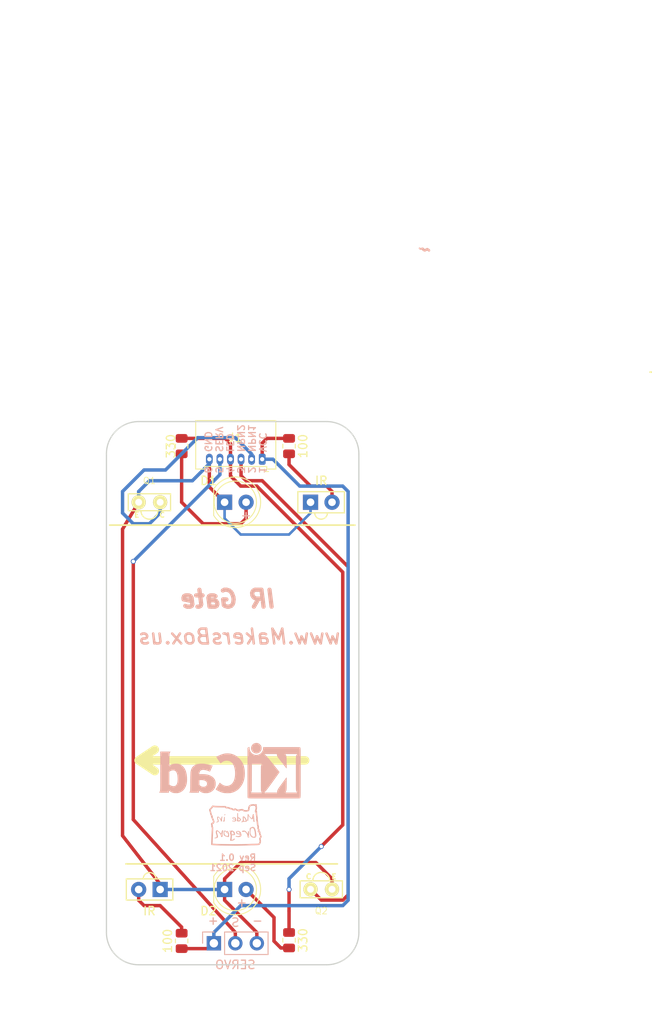
<source format=kicad_pcb>
(kicad_pcb (version 20171130) (host pcbnew "(5.1.10)-1")

  (general
    (thickness 1.6)
    (drawings 45)
    (tracks 101)
    (zones 0)
    (modules 19)
    (nets 11)
  )

  (page A)
  (title_block
    (title "Beetje 32U4 Blok")
    (date 2018-08-10)
    (rev 0.0)
    (company www.MakersBox.us)
    (comment 1 648.ken@gmail.com)
  )

  (layers
    (0 F.Cu signal)
    (31 B.Cu signal)
    (32 B.Adhes user)
    (33 F.Adhes user)
    (34 B.Paste user)
    (35 F.Paste user)
    (36 B.SilkS user)
    (37 F.SilkS user)
    (38 B.Mask user)
    (39 F.Mask user)
    (40 Dwgs.User user)
    (41 Cmts.User user)
    (42 Eco1.User user)
    (43 Eco2.User user)
    (44 Edge.Cuts user)
    (45 Margin user)
    (46 B.CrtYd user hide)
    (47 F.CrtYd user)
    (48 B.Fab user)
    (49 F.Fab user)
  )

  (setup
    (last_trace_width 0.3048)
    (user_trace_width 0.3048)
    (user_trace_width 0.4064)
    (user_trace_width 0.6096)
    (trace_clearance 0.2)
    (zone_clearance 0.35)
    (zone_45_only no)
    (trace_min 0.2)
    (via_size 0.6)
    (via_drill 0.4)
    (via_min_size 0.4)
    (via_min_drill 0.3)
    (uvia_size 0.3)
    (uvia_drill 0.1)
    (uvias_allowed no)
    (uvia_min_size 0.2)
    (uvia_min_drill 0.1)
    (edge_width 0.15)
    (segment_width 0.2)
    (pcb_text_width 0.3)
    (pcb_text_size 1.5 1.5)
    (mod_edge_width 0.15)
    (mod_text_size 1 1)
    (mod_text_width 0.15)
    (pad_size 1.7 1.7)
    (pad_drill 0.508)
    (pad_to_mask_clearance 0)
    (aux_axis_origin 0 0)
    (grid_origin 160.274 101.219)
    (visible_elements 7FFFFFFF)
    (pcbplotparams
      (layerselection 0x010f0_ffffffff)
      (usegerberextensions true)
      (usegerberattributes true)
      (usegerberadvancedattributes true)
      (creategerberjobfile true)
      (excludeedgelayer true)
      (linewidth 0.100000)
      (plotframeref false)
      (viasonmask false)
      (mode 1)
      (useauxorigin false)
      (hpglpennumber 1)
      (hpglpenspeed 20)
      (hpglpendiameter 15.000000)
      (psnegative false)
      (psa4output false)
      (plotreference true)
      (plotvalue true)
      (plotinvisibletext false)
      (padsonsilk false)
      (subtractmaskfromsilk false)
      (outputformat 1)
      (mirror false)
      (drillshape 0)
      (scaleselection 1)
      (outputdirectory "gerbers/"))
  )

  (net 0 "")
  (net 1 GND)
  (net 2 VCC)
  (net 3 "Net-(D7-Pad2)")
  (net 4 "Net-(D8-Pad2)")
  (net 5 /NPN1)
  (net 6 /NPN2)
  (net 7 /SERVO)
  (net 8 "Net-(D1-Pad2)")
  (net 9 "Net-(D2-Pad2)")
  (net 10 /LED)

  (net_class Default "This is the default net class."
    (clearance 0.2)
    (trace_width 0.25)
    (via_dia 0.6)
    (via_drill 0.4)
    (uvia_dia 0.3)
    (uvia_drill 0.1)
    (add_net /LED)
    (add_net /NPN1)
    (add_net /NPN2)
    (add_net /SERVO)
    (add_net GND)
    (add_net "Net-(D1-Pad2)")
    (add_net "Net-(D2-Pad2)")
    (add_net "Net-(D7-Pad2)")
    (add_net "Net-(D8-Pad2)")
    (add_net VCC)
  )

  (module Resistor_SMD:R_0805_2012Metric (layer F.Cu) (tedit 5F68FEEE) (tstamp 614AD402)
    (at 62.484 140.2315 90)
    (descr "Resistor SMD 0805 (2012 Metric), square (rectangular) end terminal, IPC_7351 nominal, (Body size source: IPC-SM-782 page 72, https://www.pcb-3d.com/wordpress/wp-content/uploads/ipc-sm-782a_amendment_1_and_2.pdf), generated with kicad-footprint-generator")
    (tags resistor)
    (path /5EF9BB07)
    (attr smd)
    (fp_text reference R13 (at 0 -1.65 90) (layer F.SilkS) hide
      (effects (font (size 1 1) (thickness 0.15)))
    )
    (fp_text value 330 (at 0 1.65 90) (layer F.SilkS)
      (effects (font (size 1 1) (thickness 0.15)))
    )
    (fp_line (start 1.68 0.95) (end -1.68 0.95) (layer F.CrtYd) (width 0.05))
    (fp_line (start 1.68 -0.95) (end 1.68 0.95) (layer F.CrtYd) (width 0.05))
    (fp_line (start -1.68 -0.95) (end 1.68 -0.95) (layer F.CrtYd) (width 0.05))
    (fp_line (start -1.68 0.95) (end -1.68 -0.95) (layer F.CrtYd) (width 0.05))
    (fp_line (start -0.227064 0.735) (end 0.227064 0.735) (layer F.SilkS) (width 0.12))
    (fp_line (start -0.227064 -0.735) (end 0.227064 -0.735) (layer F.SilkS) (width 0.12))
    (fp_line (start 1 0.625) (end -1 0.625) (layer F.Fab) (width 0.1))
    (fp_line (start 1 -0.625) (end 1 0.625) (layer F.Fab) (width 0.1))
    (fp_line (start -1 -0.625) (end 1 -0.625) (layer F.Fab) (width 0.1))
    (fp_line (start -1 0.625) (end -1 -0.625) (layer F.Fab) (width 0.1))
    (fp_text user %R (at 0 0 90) (layer F.Fab)
      (effects (font (size 0.5 0.5) (thickness 0.08)))
    )
    (pad 2 smd roundrect (at 0.9125 0 90) (size 1.025 1.4) (layers F.Cu F.Paste F.Mask) (roundrect_rratio 0.2439014634146341)
      (net 10 /LED))
    (pad 1 smd roundrect (at -0.9125 0 90) (size 1.025 1.4) (layers F.Cu F.Paste F.Mask) (roundrect_rratio 0.2439014634146341)
      (net 9 "Net-(D2-Pad2)"))
    (model ${KISYS3DMOD}/Resistor_SMD.3dshapes/R_0805_2012Metric.wrl
      (at (xyz 0 0 0))
      (scale (xyz 1 1 1))
      (rotate (xyz 0 0 0))
    )
  )

  (module Connector_Molex:Molex_PicoBlade_53048-0610_1x06_P1.25mm_Horizontal (layer F.Cu) (tedit 5B783024) (tstamp 614AC88E)
    (at 59.309 83.439 180)
    (descr "Molex PicoBlade Connector System, 53048-0610, 6 Pins per row (http://www.molex.com/pdm_docs/sd/530480210_sd.pdf), generated with kicad-footprint-generator")
    (tags "connector Molex PicoBlade top entry")
    (path /6153C25E)
    (fp_text reference J1 (at 3.175 2.54) (layer F.SilkS)
      (effects (font (size 1 1) (thickness 0.15)))
    )
    (fp_text value Gate (at 3.12 5.65) (layer F.Fab)
      (effects (font (size 1 1) (thickness 0.15)))
    )
    (fp_line (start -0.25 -1.15) (end -0.25 -1.45) (layer F.SilkS) (width 0.12))
    (fp_line (start -0.25 -1.45) (end -0.75 -1.45) (layer F.SilkS) (width 0.12))
    (fp_line (start -0.5 -0.75) (end 0 -0.042893) (layer F.Fab) (width 0.1))
    (fp_line (start 0 -0.042893) (end 0.5 -0.75) (layer F.Fab) (width 0.1))
    (fp_line (start 3.12 -1.25) (end -0.15 -1.25) (layer F.CrtYd) (width 0.05))
    (fp_line (start -0.15 -1.25) (end -0.15 -1.55) (layer F.CrtYd) (width 0.05))
    (fp_line (start -0.15 -1.55) (end -2 -1.55) (layer F.CrtYd) (width 0.05))
    (fp_line (start -2 -1.55) (end -2 4.95) (layer F.CrtYd) (width 0.05))
    (fp_line (start -2 4.95) (end 3.12 4.95) (layer F.CrtYd) (width 0.05))
    (fp_line (start 3.13 -1.25) (end 6.4 -1.25) (layer F.CrtYd) (width 0.05))
    (fp_line (start 6.4 -1.25) (end 6.4 -1.55) (layer F.CrtYd) (width 0.05))
    (fp_line (start 6.4 -1.55) (end 8.25 -1.55) (layer F.CrtYd) (width 0.05))
    (fp_line (start 8.25 -1.55) (end 8.25 4.95) (layer F.CrtYd) (width 0.05))
    (fp_line (start 8.25 4.95) (end 3.13 4.95) (layer F.CrtYd) (width 0.05))
    (fp_line (start 3.125 -0.75) (end -0.65 -0.75) (layer F.Fab) (width 0.1))
    (fp_line (start -0.65 -0.75) (end -0.65 -1.05) (layer F.Fab) (width 0.1))
    (fp_line (start -0.65 -1.05) (end -1.5 -1.05) (layer F.Fab) (width 0.1))
    (fp_line (start -1.5 -1.05) (end -1.5 4.45) (layer F.Fab) (width 0.1))
    (fp_line (start -1.5 4.45) (end 3.125 4.45) (layer F.Fab) (width 0.1))
    (fp_line (start 3.125 -0.75) (end 6.9 -0.75) (layer F.Fab) (width 0.1))
    (fp_line (start 6.9 -0.75) (end 6.9 -1.05) (layer F.Fab) (width 0.1))
    (fp_line (start 6.9 -1.05) (end 7.75 -1.05) (layer F.Fab) (width 0.1))
    (fp_line (start 7.75 -1.05) (end 7.75 4.45) (layer F.Fab) (width 0.1))
    (fp_line (start 7.75 4.45) (end 3.125 4.45) (layer F.Fab) (width 0.1))
    (fp_line (start 3.125 -0.86) (end -0.54 -0.86) (layer F.SilkS) (width 0.12))
    (fp_line (start -0.54 -0.86) (end -0.54 -1.16) (layer F.SilkS) (width 0.12))
    (fp_line (start -0.54 -1.16) (end -1.61 -1.16) (layer F.SilkS) (width 0.12))
    (fp_line (start -1.61 -1.16) (end -1.61 4.56) (layer F.SilkS) (width 0.12))
    (fp_line (start -1.61 4.56) (end 3.125 4.56) (layer F.SilkS) (width 0.12))
    (fp_line (start 3.125 -0.86) (end 6.79 -0.86) (layer F.SilkS) (width 0.12))
    (fp_line (start 6.79 -0.86) (end 6.79 -1.16) (layer F.SilkS) (width 0.12))
    (fp_line (start 6.79 -1.16) (end 7.86 -1.16) (layer F.SilkS) (width 0.12))
    (fp_line (start 7.86 -1.16) (end 7.86 4.56) (layer F.SilkS) (width 0.12))
    (fp_line (start 7.86 4.56) (end 3.125 4.56) (layer F.SilkS) (width 0.12))
    (fp_text user %R (at 3.12 3.75) (layer F.Fab)
      (effects (font (size 1 1) (thickness 0.15)))
    )
    (pad 1 thru_hole roundrect (at 0 0 180) (size 0.8 1.3) (drill 0.5) (layers *.Cu *.Mask) (roundrect_rratio 0.25)
      (net 2 VCC))
    (pad 2 thru_hole oval (at 1.25 0 180) (size 0.8 1.3) (drill 0.5) (layers *.Cu *.Mask)
      (net 5 /NPN1))
    (pad 3 thru_hole oval (at 2.5 0 180) (size 0.8 1.3) (drill 0.5) (layers *.Cu *.Mask)
      (net 6 /NPN2))
    (pad 4 thru_hole oval (at 3.75 0 180) (size 0.8 1.3) (drill 0.5) (layers *.Cu *.Mask)
      (net 10 /LED))
    (pad 5 thru_hole oval (at 5 0 180) (size 0.8 1.3) (drill 0.5) (layers *.Cu *.Mask)
      (net 7 /SERVO))
    (pad 6 thru_hole oval (at 6.25 0 180) (size 0.8 1.3) (drill 0.5) (layers *.Cu *.Mask)
      (net 1 GND))
    (model ${KISYS3DMOD}/Connector_Molex.3dshapes/Molex_PicoBlade_53048-0610_1x06_P1.25mm_Horizontal.wrl
      (at (xyz 0 0 0))
      (scale (xyz 1 1 1))
      (rotate (xyz 0 0 0))
    )
  )

  (module Connector_PinHeader_2.54mm:PinHeader_1x03_P2.54mm_Vertical (layer B.Cu) (tedit 614A1CC4) (tstamp 614A7ABE)
    (at 53.594 140.589 270)
    (descr "Through hole straight pin header, 1x03, 2.54mm pitch, single row")
    (tags "Through hole pin header THT 1x03 2.54mm single row")
    (path /614FE639)
    (fp_text reference J2 (at 0 2.33 90) (layer B.SilkS) hide
      (effects (font (size 1 1) (thickness 0.15)) (justify mirror))
    )
    (fp_text value SERVO (at 2.54 -2.54 180) (layer B.SilkS)
      (effects (font (size 1 1) (thickness 0.15)) (justify mirror))
    )
    (fp_line (start 1.8 1.8) (end -1.8 1.8) (layer B.CrtYd) (width 0.05))
    (fp_line (start 1.8 -6.85) (end 1.8 1.8) (layer B.CrtYd) (width 0.05))
    (fp_line (start -1.8 -6.85) (end 1.8 -6.85) (layer B.CrtYd) (width 0.05))
    (fp_line (start -1.8 1.8) (end -1.8 -6.85) (layer B.CrtYd) (width 0.05))
    (fp_line (start -1.33 1.33) (end 0 1.33) (layer B.SilkS) (width 0.12))
    (fp_line (start -1.33 0) (end -1.33 1.33) (layer B.SilkS) (width 0.12))
    (fp_line (start -1.33 -1.27) (end 1.33 -1.27) (layer B.SilkS) (width 0.12))
    (fp_line (start 1.33 -1.27) (end 1.33 -6.41) (layer B.SilkS) (width 0.12))
    (fp_line (start -1.33 -1.27) (end -1.33 -6.41) (layer B.SilkS) (width 0.12))
    (fp_line (start -1.33 -6.41) (end 1.33 -6.41) (layer B.SilkS) (width 0.12))
    (fp_line (start -1.27 0.635) (end -0.635 1.27) (layer B.Fab) (width 0.1))
    (fp_line (start -1.27 -6.35) (end -1.27 0.635) (layer B.Fab) (width 0.1))
    (fp_line (start 1.27 -6.35) (end -1.27 -6.35) (layer B.Fab) (width 0.1))
    (fp_line (start 1.27 1.27) (end 1.27 -6.35) (layer B.Fab) (width 0.1))
    (fp_line (start -0.635 1.27) (end 1.27 1.27) (layer B.Fab) (width 0.1))
    (fp_text user %R (at 0 -2.54) (layer B.Fab)
      (effects (font (size 1 1) (thickness 0.15)) (justify mirror))
    )
    (pad 1 thru_hole rect (at 0 0 270) (size 1.7 1.7) (drill 1) (layers *.Cu *.Mask)
      (net 2 VCC))
    (pad 2 thru_hole oval (at 0 -2.54 270) (size 1.7 1.7) (drill 1) (layers *.Cu *.Mask)
      (net 7 /SERVO))
    (pad 3 thru_hole oval (at 0 -5.08 270) (size 1.7 1.7) (drill 1) (layers *.Cu *.Mask)
      (net 1 GND))
    (model ${KISYS3DMOD}/Connector_PinHeader_2.54mm.3dshapes/PinHeader_1x03_P2.54mm_Vertical.wrl
      (at (xyz 0 0 0))
      (scale (xyz 1 1 1))
      (rotate (xyz 0 0 0))
    )
  )

  (module footprints:3.5mmHole (layer F.Cu) (tedit 5EFA644B) (tstamp 61492194)
    (at 66.929 139.319)
    (descr "Through hole straight pin header, 1x01, 2.54mm pitch, single row")
    (tags "Through hole pin header THT 1x01 2.54mm single row")
    (fp_text reference REF** (at 0 -2.33) (layer F.SilkS) hide
      (effects (font (size 1 1) (thickness 0.15)))
    )
    (fp_text value 3.5Hole (at 0 2.33) (layer F.Fab)
      (effects (font (size 1 1) (thickness 0.15)))
    )
    (fp_line (start -0.635 -1.27) (end 1.27 -1.27) (layer F.Fab) (width 0.1))
    (fp_line (start 1.27 1.27) (end -1.27 1.27) (layer F.Fab) (width 0.1))
    (fp_line (start -1.27 1.27) (end -1.27 -0.635) (layer F.Fab) (width 0.1))
    (fp_line (start -1.27 -0.635) (end -0.635 -1.27) (layer F.Fab) (width 0.1))
    (fp_line (start -1.8 -1.8) (end -1.8 1.8) (layer F.CrtYd) (width 0.05))
    (fp_line (start -1.8 1.8) (end 1.8 1.8) (layer F.CrtYd) (width 0.05))
    (fp_line (start 1.8 1.8) (end 1.8 -1.8) (layer F.CrtYd) (width 0.05))
    (fp_line (start 1.8 -1.8) (end -1.8 -1.8) (layer F.CrtYd) (width 0.05))
    (fp_text user %R (at 0 0 90) (layer F.Fab)
      (effects (font (size 1 1) (thickness 0.15)))
    )
    (pad "" np_thru_hole circle (at 0 0) (size 3.5 3.5) (drill 3.5) (layers *.Cu))
    (model ${KISYS3DMOD}/Pin_Headers.3dshapes/Pin_Header_Straight_1x01_Pitch2.54mm.wrl
      (at (xyz 0 0 0))
      (scale (xyz 1 1 1))
      (rotate (xyz 0 0 0))
    )
  )

  (module footprints:3.5mmHole (layer F.Cu) (tedit 5EFA644B) (tstamp 61492121)
    (at 66.929 82.804)
    (descr "Through hole straight pin header, 1x01, 2.54mm pitch, single row")
    (tags "Through hole pin header THT 1x01 2.54mm single row")
    (fp_text reference REF** (at 0 -2.33) (layer F.SilkS) hide
      (effects (font (size 1 1) (thickness 0.15)))
    )
    (fp_text value 3.5Hole (at 0 2.33) (layer F.Fab)
      (effects (font (size 1 1) (thickness 0.15)))
    )
    (fp_line (start -0.635 -1.27) (end 1.27 -1.27) (layer F.Fab) (width 0.1))
    (fp_line (start 1.27 1.27) (end -1.27 1.27) (layer F.Fab) (width 0.1))
    (fp_line (start -1.27 1.27) (end -1.27 -0.635) (layer F.Fab) (width 0.1))
    (fp_line (start -1.27 -0.635) (end -0.635 -1.27) (layer F.Fab) (width 0.1))
    (fp_line (start -1.8 -1.8) (end -1.8 1.8) (layer F.CrtYd) (width 0.05))
    (fp_line (start -1.8 1.8) (end 1.8 1.8) (layer F.CrtYd) (width 0.05))
    (fp_line (start 1.8 1.8) (end 1.8 -1.8) (layer F.CrtYd) (width 0.05))
    (fp_line (start 1.8 -1.8) (end -1.8 -1.8) (layer F.CrtYd) (width 0.05))
    (fp_text user %R (at 0 0 90) (layer F.Fab)
      (effects (font (size 1 1) (thickness 0.15)))
    )
    (pad "" np_thru_hole circle (at 0 0) (size 3.5 3.5) (drill 3.5) (layers *.Cu))
    (model ${KISYS3DMOD}/Pin_Headers.3dshapes/Pin_Header_Straight_1x01_Pitch2.54mm.wrl
      (at (xyz 0 0 0))
      (scale (xyz 1 1 1))
      (rotate (xyz 0 0 0))
    )
  )

  (module myFootPrints:MadeInOregonRev25 (layer F.Cu) (tedit 0) (tstamp 614921F1)
    (at 56.134 126.619)
    (fp_text reference VAL (at 0 0) (layer F.SilkS) hide
      (effects (font (size 1.143 1.143) (thickness 0.1778)))
    )
    (fp_text value MadeInOregonRev25 (at 0 0) (layer F.SilkS) hide
      (effects (font (size 1.143 1.143) (thickness 0.1778)))
    )
    (fp_poly (pts (xy -1.29032 -1.15062) (xy -1.28778 -1.143) (xy -1.27762 -1.1303) (xy -1.26238 -1.12776)
      (xy -1.24206 -1.14046) (xy -1.2192 -1.16332) (xy -1.1938 -1.1938) (xy -1.18364 -1.2192)
      (xy -1.18618 -1.23952) (xy -1.20142 -1.25476) (xy -1.22428 -1.26746) (xy -1.23952 -1.27508)
      (xy -1.24968 -1.27762) (xy -1.25222 -1.27762) (xy -1.25984 -1.27) (xy -1.27 -1.25222)
      (xy -1.27762 -1.22936) (xy -1.28524 -1.20142) (xy -1.29032 -1.17348) (xy -1.29032 -1.15062)) (layer B.SilkS) (width 0.00254))
    (fp_poly (pts (xy -0.381 -0.4699) (xy -0.37338 -0.45466) (xy -0.35052 -0.44196) (xy -0.31496 -0.42926)
      (xy -0.28956 -0.42164) (xy -0.25908 -0.41656) (xy -0.22098 -0.41148) (xy -0.1778 -0.40894)
      (xy -0.13716 -0.4064) (xy -0.1016 -0.4064) (xy -0.07874 -0.40894) (xy -0.02794 -0.42164)
      (xy 0.02032 -0.43942) (xy 0.05842 -0.46482) (xy 0.08636 -0.49276) (xy 0.09398 -0.50292)
      (xy 0.1016 -0.52832) (xy 0.10668 -0.56134) (xy 0.10922 -0.60198) (xy 0.10414 -0.64008)
      (xy 0.09652 -0.67564) (xy 0.09144 -0.69088) (xy 0.08128 -0.71374) (xy 0.0762 -0.73406)
      (xy 0.07366 -0.7366) (xy 0.06858 -0.76708) (xy 0.0508 -0.80264) (xy 0.02286 -0.83566)
      (xy -0.01016 -0.86868) (xy -0.04826 -0.89662) (xy -0.0889 -0.91694) (xy -0.09398 -0.91948)
      (xy -0.11176 -0.92202) (xy -0.14224 -0.92456) (xy -0.17526 -0.92456) (xy -0.21336 -0.92202)
      (xy -0.24638 -0.91694) (xy -0.27178 -0.91186) (xy -0.27686 -0.91186) (xy -0.29464 -0.89916)
      (xy -0.31242 -0.88138) (xy -0.3175 -0.87376) (xy -0.3302 -0.85598) (xy -0.33528 -0.84074)
      (xy -0.33528 -0.82042) (xy -0.33528 -0.79502) (xy -0.32512 -0.74676) (xy -0.3048 -0.70866)
      (xy -0.27178 -0.67818) (xy -0.2667 -0.67564) (xy -0.2667 -0.81788) (xy -0.26162 -0.83058)
      (xy -0.24638 -0.84582) (xy -0.21844 -0.8636) (xy -0.18288 -0.86614) (xy -0.14732 -0.85852)
      (xy -0.1143 -0.84074) (xy -0.09144 -0.81788) (xy -0.07366 -0.79502) (xy -0.05588 -0.76708)
      (xy -0.04318 -0.73914) (xy -0.03556 -0.71628) (xy -0.03302 -0.70104) (xy -0.03302 -0.6985)
      (xy -0.04318 -0.69088) (xy -0.06858 -0.68834) (xy -0.10414 -0.69088) (xy -0.14478 -0.6985)
      (xy -0.17526 -0.70612) (xy -0.19558 -0.71628) (xy -0.2159 -0.72898) (xy -0.2286 -0.74422)
      (xy -0.24638 -0.76454) (xy -0.26162 -0.7874) (xy -0.26416 -0.8001) (xy -0.2667 -0.81788)
      (xy -0.2667 -0.67564) (xy -0.26162 -0.6731) (xy -0.2413 -0.66548) (xy -0.21082 -0.65532)
      (xy -0.17526 -0.6477) (xy -0.13462 -0.64008) (xy -0.13462 -0.63754) (xy -0.09652 -0.63246)
      (xy -0.0635 -0.62484) (xy -0.0381 -0.61722) (xy -0.0254 -0.61214) (xy -0.02286 -0.61214)
      (xy -0.01016 -0.5969) (xy -0.00762 -0.57658) (xy -0.01778 -0.55372) (xy -0.04064 -0.53086)
      (xy -0.07112 -0.508) (xy -0.07874 -0.50546) (xy -0.09652 -0.49784) (xy -0.11684 -0.49276)
      (xy -0.14224 -0.49022) (xy -0.1778 -0.49022) (xy -0.18034 -0.49022) (xy -0.21844 -0.49022)
      (xy -0.26162 -0.49276) (xy -0.29718 -0.4953) (xy -0.3048 -0.49784) (xy -0.34036 -0.49784)
      (xy -0.36322 -0.4953) (xy -0.37592 -0.48768) (xy -0.381 -0.47244) (xy -0.381 -0.4699)) (layer B.SilkS) (width 0.00254))
    (fp_poly (pts (xy 0.15748 -0.47244) (xy 0.19812 -0.45212) (xy 0.2286 -0.43942) (xy 0.2667 -0.42926)
      (xy 0.30988 -0.4191) (xy 0.35052 -0.41148) (xy 0.35052 -0.71374) (xy 0.35306 -0.74422)
      (xy 0.35306 -0.7493) (xy 0.36322 -0.77216) (xy 0.37846 -0.78232) (xy 0.40132 -0.78232)
      (xy 0.42418 -0.77216) (xy 0.45212 -0.7493) (xy 0.48006 -0.72136) (xy 0.508 -0.68326)
      (xy 0.51816 -0.66294) (xy 0.5334 -0.635) (xy 0.53594 -0.61214) (xy 0.53086 -0.59436)
      (xy 0.5207 -0.58166) (xy 0.50546 -0.56642) (xy 0.48514 -0.54864) (xy 0.45974 -0.52832)
      (xy 0.43688 -0.51054) (xy 0.41402 -0.49784) (xy 0.39878 -0.48768) (xy 0.3937 -0.48768)
      (xy 0.38608 -0.4953) (xy 0.37592 -0.51308) (xy 0.37084 -0.52832) (xy 0.36322 -0.55372)
      (xy 0.35814 -0.58928) (xy 0.35306 -0.63246) (xy 0.35052 -0.67564) (xy 0.35052 -0.71374)
      (xy 0.35052 -0.41148) (xy 0.35306 -0.41148) (xy 0.3937 -0.4064) (xy 0.42926 -0.40386)
      (xy 0.45466 -0.4064) (xy 0.46228 -0.40894) (xy 0.47498 -0.41656) (xy 0.4953 -0.42926)
      (xy 0.5207 -0.4445) (xy 0.53086 -0.45212) (xy 0.57658 -0.48768) (xy 0.61214 -0.52832)
      (xy 0.64008 -0.57404) (xy 0.64516 -0.58166) (xy 0.65278 -0.60452) (xy 0.65532 -0.6223)
      (xy 0.65278 -0.64516) (xy 0.65024 -0.65024) (xy 0.62992 -0.6985) (xy 0.59944 -0.74676)
      (xy 0.5588 -0.78994) (xy 0.51562 -0.82804) (xy 0.47498 -0.85344) (xy 0.42672 -0.8763)
      (xy 0.41402 -0.88138) (xy 0.38608 -0.89154) (xy 0.36322 -0.90424) (xy 0.35052 -0.9144)
      (xy 0.3429 -0.92964) (xy 0.33528 -0.9525) (xy 0.3302 -0.98806) (xy 0.32512 -1.03378)
      (xy 0.32258 -1.08966) (xy 0.32258 -1.16078) (xy 0.32004 -1.20904) (xy 0.32004 -1.2573)
      (xy 0.32004 -1.30048) (xy 0.32004 -1.33604) (xy 0.3175 -1.36398) (xy 0.3175 -1.37922)
      (xy 0.31242 -1.38938) (xy 0.30226 -1.39446) (xy 0.28448 -1.397) (xy 0.27178 -1.397)
      (xy 0.24892 -1.397) (xy 0.23368 -1.397) (xy 0.23114 -1.39446) (xy 0.23114 -1.38684)
      (xy 0.23114 -1.36652) (xy 0.2286 -1.3335) (xy 0.2286 -1.28778) (xy 0.2286 -1.23444)
      (xy 0.22606 -1.17348) (xy 0.22606 -1.1049) (xy 0.22606 -1.0287) (xy 0.22352 -0.9779)
      (xy 0.22352 -0.88392) (xy 0.22098 -0.79756) (xy 0.21844 -0.7239) (xy 0.2159 -0.6604)
      (xy 0.2159 -0.6096) (xy 0.21336 -0.5715) (xy 0.21082 -0.5461) (xy 0.20828 -0.53594)
      (xy 0.19812 -0.51308) (xy 0.18034 -0.49276) (xy 0.1778 -0.49022) (xy 0.15748 -0.47244)) (layer B.SilkS) (width 0.00254))
    (fp_poly (pts (xy -1.4859 -0.44704) (xy -1.47574 -0.43688) (xy -1.45542 -0.42418) (xy -1.43002 -0.41402)
      (xy -1.40462 -0.40386) (xy -1.38176 -0.40132) (xy -1.35382 -0.40132) (xy -1.3208 -0.40386)
      (xy -1.31318 -0.40386) (xy -1.29032 -0.41148) (xy -1.27508 -0.42164) (xy -1.27 -0.42418)
      (xy -1.27 -0.43434) (xy -1.26746 -0.45974) (xy -1.26492 -0.49276) (xy -1.26238 -0.53594)
      (xy -1.25984 -0.5842) (xy -1.2573 -0.63754) (xy -1.25476 -0.69342) (xy -1.25476 -0.75184)
      (xy -1.25222 -0.80518) (xy -1.25222 -0.85598) (xy -1.25222 -0.88138) (xy -1.25222 -0.9144)
      (xy -1.25222 -0.93472) (xy -1.25476 -0.94742) (xy -1.25984 -0.9525) (xy -1.26746 -0.95504)
      (xy -1.27 -0.95504) (xy -1.29794 -0.95504) (xy -1.3208 -0.94234) (xy -1.33096 -0.9271)
      (xy -1.3335 -0.9144) (xy -1.33858 -0.889) (xy -1.34112 -0.85344) (xy -1.3462 -0.81026)
      (xy -1.35128 -0.76454) (xy -1.35382 -0.75438) (xy -1.3589 -0.68834) (xy -1.36398 -0.63246)
      (xy -1.3716 -0.58928) (xy -1.37668 -0.55626) (xy -1.38176 -0.5334) (xy -1.39192 -0.51308)
      (xy -1.40208 -0.50038) (xy -1.41478 -0.49022) (xy -1.43002 -0.4826) (xy -1.4478 -0.47244)
      (xy -1.47066 -0.46228) (xy -1.48336 -0.45212) (xy -1.4859 -0.44704)) (layer B.SilkS) (width 0.00254))
    (fp_poly (pts (xy 1.39954 -0.5207) (xy 1.40208 -0.508) (xy 1.40208 -0.50546) (xy 1.41224 -0.50292)
      (xy 1.4351 -0.50038) (xy 1.4605 -0.4953) (xy 1.46304 -0.4953) (xy 1.51384 -0.49022)
      (xy 1.51892 -0.53848) (xy 1.52146 -0.5588) (xy 1.524 -0.59182) (xy 1.52654 -0.635)
      (xy 1.53162 -0.68326) (xy 1.53416 -0.73914) (xy 1.53924 -0.79502) (xy 1.54432 -0.86614)
      (xy 1.5494 -0.92456) (xy 1.55448 -0.97028) (xy 1.55956 -1.00584) (xy 1.5621 -1.03124)
      (xy 1.56718 -1.04648) (xy 1.57226 -1.0541) (xy 1.57734 -1.05664) (xy 1.57988 -1.05664)
      (xy 1.5875 -1.04902) (xy 1.6002 -1.03378) (xy 1.62052 -1.00838) (xy 1.64592 -0.97536)
      (xy 1.67386 -0.9398) (xy 1.67894 -0.93472) (xy 1.7272 -0.87122) (xy 1.77038 -0.81788)
      (xy 1.80594 -0.77724) (xy 1.83896 -0.74422) (xy 1.86436 -0.72136) (xy 1.88976 -0.70612)
      (xy 1.905 -0.6985) (xy 1.92786 -0.68834) (xy 1.94564 -0.68072) (xy 1.95072 -0.67564)
      (xy 1.96596 -0.66802) (xy 1.98628 -0.66548) (xy 2.0066 -0.6731) (xy 2.01422 -0.67818)
      (xy 2.02438 -0.69088) (xy 2.03708 -0.7112) (xy 2.05486 -0.7366) (xy 2.07518 -0.76708)
      (xy 2.09042 -0.78232) (xy 2.09804 -0.78486) (xy 2.10312 -0.78486) (xy 2.1082 -0.77978)
      (xy 2.11074 -0.77216) (xy 2.11328 -0.75946) (xy 2.11582 -0.73914) (xy 2.1209 -0.70866)
      (xy 2.12344 -0.66802) (xy 2.12598 -0.61722) (xy 2.12852 -0.56388) (xy 2.1336 -0.49784)
      (xy 2.13868 -0.44704) (xy 2.14376 -0.40894) (xy 2.14884 -0.38608) (xy 2.15392 -0.37592)
      (xy 2.16662 -0.37084) (xy 2.18948 -0.36576) (xy 2.21488 -0.36576) (xy 2.23774 -0.36576)
      (xy 2.25806 -0.37084) (xy 2.27076 -0.381) (xy 2.27584 -0.39624) (xy 2.2733 -0.42164)
      (xy 2.26568 -0.44958) (xy 2.25806 -0.47752) (xy 2.25044 -0.50546) (xy 2.24536 -0.53594)
      (xy 2.24028 -0.56896) (xy 2.23774 -0.6096) (xy 2.23266 -0.65532) (xy 2.23012 -0.70866)
      (xy 2.22758 -0.7747) (xy 2.2225 -0.8509) (xy 2.21996 -0.9398) (xy 2.21996 -0.98298)
      (xy 2.21488 -1.0541) (xy 2.21234 -1.10998) (xy 2.2098 -1.1557) (xy 2.20726 -1.18872)
      (xy 2.20218 -1.21666) (xy 2.19964 -1.23444) (xy 2.19202 -1.24714) (xy 2.1844 -1.25476)
      (xy 2.16916 -1.26238) (xy 2.14376 -1.26238) (xy 2.11836 -1.26238) (xy 2.09296 -1.2573)
      (xy 2.09042 -1.25476) (xy 2.07264 -1.24714) (xy 2.05994 -1.2319) (xy 2.04978 -1.20904)
      (xy 2.04216 -1.17348) (xy 2.03454 -1.13792) (xy 2.0193 -1.04394) (xy 2.00152 -0.96266)
      (xy 1.98628 -0.89662) (xy 1.9685 -0.84582) (xy 1.95072 -0.81026) (xy 1.9431 -0.79756)
      (xy 1.93294 -0.7874) (xy 1.92024 -0.7874) (xy 1.905 -0.79248) (xy 1.88722 -0.80264)
      (xy 1.85928 -0.8255) (xy 1.8288 -0.85852) (xy 1.79324 -0.89408) (xy 1.75514 -0.93726)
      (xy 1.71704 -0.98044) (xy 1.68148 -1.02616) (xy 1.64846 -1.07188) (xy 1.61798 -1.11252)
      (xy 1.59512 -1.14808) (xy 1.57734 -1.17602) (xy 1.57226 -1.1938) (xy 1.55956 -1.23698)
      (xy 1.54432 -1.27) (xy 1.524 -1.28778) (xy 1.50368 -1.29032) (xy 1.49606 -1.29032)
      (xy 1.48336 -1.28016) (xy 1.4732 -1.26492) (xy 1.46558 -1.23952) (xy 1.45796 -1.20396)
      (xy 1.45288 -1.15824) (xy 1.45034 -1.09982) (xy 1.45034 -1.0287) (xy 1.45034 -0.98552)
      (xy 1.4478 -0.89916) (xy 1.44526 -0.82804) (xy 1.44018 -0.76708) (xy 1.4351 -0.71374)
      (xy 1.42748 -0.67056) (xy 1.41986 -0.64262) (xy 1.4097 -0.6096) (xy 1.40208 -0.57404)
      (xy 1.39954 -0.54356) (xy 1.39954 -0.5207)) (layer B.SilkS) (width 0.00254))
    (fp_poly (pts (xy 0.6985 -0.33528) (xy 0.6985 -0.32766) (xy 0.70866 -0.32258) (xy 0.73152 -0.32258)
      (xy 0.762 -0.32258) (xy 0.8001 -0.32512) (xy 0.84074 -0.33274) (xy 0.8509 -0.33274)
      (xy 0.89408 -0.3429) (xy 0.93726 -0.35814) (xy 0.96266 -0.3683) (xy 0.98806 -0.37846)
      (xy 0.9906 -0.381) (xy 0.9906 -0.77724) (xy 0.9906 -0.81534) (xy 0.9906 -0.84328)
      (xy 0.99314 -0.86106) (xy 0.99568 -0.87376) (xy 0.99822 -0.88138) (xy 1.0033 -0.88646)
      (xy 1.01092 -0.89408) (xy 1.01854 -0.89408) (xy 1.0287 -0.88392) (xy 1.04394 -0.86868)
      (xy 1.06426 -0.84328) (xy 1.08458 -0.8128) (xy 1.10236 -0.78486) (xy 1.1176 -0.75692)
      (xy 1.13792 -0.71882) (xy 1.15824 -0.68326) (xy 1.1684 -0.66548) (xy 1.1938 -0.6223)
      (xy 1.20904 -0.58928) (xy 1.2192 -0.56134) (xy 1.22428 -0.53594) (xy 1.22428 -0.51054)
      (xy 1.22428 -0.508) (xy 1.22174 -0.48768) (xy 1.21412 -0.47498) (xy 1.19888 -0.46482)
      (xy 1.17602 -0.45974) (xy 1.143 -0.4572) (xy 1.1049 -0.45466) (xy 1.0668 -0.4572)
      (xy 1.03886 -0.4572) (xy 1.02362 -0.46228) (xy 1.016 -0.46736) (xy 1.00838 -0.48514)
      (xy 1.0033 -0.51562) (xy 0.99822 -0.56388) (xy 0.99314 -0.62484) (xy 0.9906 -0.70104)
      (xy 0.9906 -0.72644) (xy 0.9906 -0.77724) (xy 0.9906 -0.381) (xy 1.00584 -0.38608)
      (xy 1.01854 -0.38608) (xy 1.0287 -0.38354) (xy 1.05664 -0.37338) (xy 1.08712 -0.37084)
      (xy 1.12776 -0.3683) (xy 1.17602 -0.37084) (xy 1.19888 -0.37338) (xy 1.25222 -0.37846)
      (xy 1.29032 -0.38354) (xy 1.31572 -0.39116) (xy 1.33604 -0.40386) (xy 1.3462 -0.4191)
      (xy 1.35128 -0.43942) (xy 1.35128 -0.4699) (xy 1.35128 -0.48006) (xy 1.35128 -0.51562)
      (xy 1.3462 -0.54864) (xy 1.33604 -0.58166) (xy 1.3208 -0.61722) (xy 1.30048 -0.6604)
      (xy 1.27254 -0.70866) (xy 1.24968 -0.74422) (xy 1.22936 -0.77724) (xy 1.20904 -0.81026)
      (xy 1.19126 -0.84074) (xy 1.18618 -0.84582) (xy 1.16078 -0.88646) (xy 1.12268 -0.92456)
      (xy 1.08204 -0.96012) (xy 1.04394 -0.98806) (xy 1.03124 -0.99568) (xy 0.98806 -1.01092)
      (xy 0.9525 -1.016) (xy 0.91948 -1.00838) (xy 0.89662 -0.98806) (xy 0.88138 -0.96012)
      (xy 0.87884 -0.94742) (xy 0.8763 -0.92964) (xy 0.8763 -0.9017) (xy 0.87884 -0.8636)
      (xy 0.88138 -0.81788) (xy 0.88392 -0.76708) (xy 0.88392 -0.75184) (xy 0.88646 -0.68834)
      (xy 0.889 -0.63754) (xy 0.889 -0.59944) (xy 0.889 -0.56896) (xy 0.88392 -0.5461)
      (xy 0.87884 -0.53086) (xy 0.87122 -0.5207) (xy 0.8636 -0.51054) (xy 0.84836 -0.49276)
      (xy 0.83566 -0.4699) (xy 0.8255 -0.44704) (xy 0.80518 -0.42418) (xy 0.77978 -0.40386)
      (xy 0.75438 -0.39116) (xy 0.74422 -0.38862) (xy 0.73152 -0.381) (xy 0.71628 -0.36576)
      (xy 0.70612 -0.34798) (xy 0.6985 -0.33528)) (layer B.SilkS) (width 0.00254))
    (fp_poly (pts (xy -2.27076 -0.31496) (xy -2.26568 -0.30734) (xy -2.2606 -0.30226) (xy -2.24028 -0.29972)
      (xy -2.21234 -0.29972) (xy -2.17678 -0.30226) (xy -2.14122 -0.3048) (xy -2.1209 -0.30988)
      (xy -2.08026 -0.32258) (xy -2.04216 -0.34036) (xy -2.00914 -0.35814) (xy -1.99136 -0.37338)
      (xy -1.98374 -0.38354) (xy -1.97866 -0.39624) (xy -1.97612 -0.41656) (xy -1.97612 -0.44704)
      (xy -1.97612 -0.4572) (xy -1.97866 -0.49784) (xy -1.9812 -0.52832) (xy -1.98882 -0.5588)
      (xy -1.99898 -0.58166) (xy -2.0193 -0.6477) (xy -2.03708 -0.70866) (xy -2.04724 -0.762)
      (xy -2.05486 -0.81026) (xy -2.05232 -0.8509) (xy -2.04724 -0.87884) (xy -2.03454 -0.89662)
      (xy -2.02946 -0.89916) (xy -2.01422 -0.89916) (xy -1.9939 -0.89154) (xy -1.9685 -0.87376)
      (xy -1.93548 -0.84582) (xy -1.90754 -0.82042) (xy -1.83896 -0.7493) (xy -1.78816 -0.67564)
      (xy -1.74752 -0.60452) (xy -1.72212 -0.52832) (xy -1.7145 -0.48768) (xy -1.70688 -0.45212)
      (xy -1.7018 -0.42926) (xy -1.69164 -0.41656) (xy -1.6764 -0.41148) (xy -1.651 -0.41402)
      (xy -1.6256 -0.4191) (xy -1.58496 -0.42672) (xy -1.58242 -0.508) (xy -1.57734 -0.65024)
      (xy -1.55956 -0.80264) (xy -1.5494 -0.86868) (xy -1.54432 -0.90678) (xy -1.53924 -0.94234)
      (xy -1.53416 -0.96774) (xy -1.53162 -0.98298) (xy -1.53162 -0.98552) (xy -1.5367 -0.99314)
      (xy -1.55194 -0.99314) (xy -1.5748 -0.9906) (xy -1.59258 -0.98298) (xy -1.60528 -0.97282)
      (xy -1.61544 -0.96266) (xy -1.6256 -0.94488) (xy -1.63576 -0.91948) (xy -1.64592 -0.88392)
      (xy -1.65862 -0.83566) (xy -1.66116 -0.82042) (xy -1.67132 -0.78232) (xy -1.67894 -0.7493)
      (xy -1.68656 -0.7239) (xy -1.69418 -0.7112) (xy -1.69418 -0.70866) (xy -1.7018 -0.7112)
      (xy -1.71958 -0.7239) (xy -1.75006 -0.7493) (xy -1.78816 -0.78232) (xy -1.8161 -0.81026)
      (xy -1.87198 -0.8636) (xy -1.9177 -0.90424) (xy -1.95326 -0.93726) (xy -1.98374 -0.96012)
      (xy -2.00914 -0.97536) (xy -2.02692 -0.98298) (xy -2.04216 -0.98552) (xy -2.07518 -0.98044)
      (xy -2.1082 -0.96266) (xy -2.1336 -0.9398) (xy -2.14122 -0.92964) (xy -2.1463 -0.91948)
      (xy -2.15138 -0.90678) (xy -2.15138 -0.889) (xy -2.15138 -0.8636) (xy -2.15138 -0.8255)
      (xy -2.14884 -0.81788) (xy -2.14884 -0.77724) (xy -2.1463 -0.74676) (xy -2.14122 -0.72136)
      (xy -2.13614 -0.6985) (xy -2.12598 -0.6731) (xy -2.1209 -0.65278) (xy -2.09804 -0.59436)
      (xy -2.08534 -0.53848) (xy -2.07772 -0.49022) (xy -2.07772 -0.44958) (xy -2.08534 -0.42418)
      (xy -2.10058 -0.40386) (xy -2.13106 -0.38354) (xy -2.17678 -0.3683) (xy -2.21488 -0.3556)
      (xy -2.24536 -0.34036) (xy -2.26314 -0.32766) (xy -2.27076 -0.31496)) (layer B.SilkS) (width 0.00254))
    (fp_poly (pts (xy -1.38938 0.9398) (xy -1.38684 0.9906) (xy -1.38684 1.03886) (xy -1.3843 1.08458)
      (xy -1.38176 1.12522) (xy -1.37668 1.1557) (xy -1.37414 1.1684) (xy -1.36144 1.19634)
      (xy -1.33096 1.2319) (xy -1.31826 1.2446) (xy -1.29794 1.26238) (xy -1.29794 0.9017)
      (xy -1.29794 0.85598) (xy -1.2954 0.82042) (xy -1.29286 0.81788) (xy -1.28016 0.78994)
      (xy -1.26238 0.76708) (xy -1.23952 0.75184) (xy -1.22174 0.74676) (xy -1.2065 0.75184)
      (xy -1.18618 0.762) (xy -1.16078 0.77978) (xy -1.13792 0.8001) (xy -1.10998 0.82296)
      (xy -1.08204 0.8509) (xy -1.05156 0.87884) (xy -1.02616 0.90678) (xy -1.00584 0.92964)
      (xy -0.9906 0.94996) (xy -0.98552 0.96012) (xy -0.98298 0.97028) (xy -0.96774 0.9779)
      (xy -0.94234 0.98044) (xy -0.92456 0.98044) (xy -0.88646 0.98298) (xy -0.8763 1.016)
      (xy -0.87122 1.03632) (xy -0.86614 1.06934) (xy -0.86106 1.1049) (xy -0.85852 1.12268)
      (xy -0.85598 1.17348) (xy -0.85598 1.2192) (xy -0.86106 1.25476) (xy -0.86868 1.2827)
      (xy -0.87884 1.29286) (xy -0.9017 1.30556) (xy -0.93218 1.31064) (xy -0.97536 1.3081)
      (xy -1.02616 1.29794) (xy -1.06934 1.28778) (xy -1.12522 1.26746) (xy -1.1684 1.24714)
      (xy -1.20396 1.2192) (xy -1.22936 1.18618) (xy -1.25222 1.14554) (xy -1.26492 1.10744)
      (xy -1.27762 1.05918) (xy -1.28778 1.00584) (xy -1.2954 0.9525) (xy -1.29794 0.9017)
      (xy -1.29794 1.26238) (xy -1.27508 1.2827) (xy -1.22174 1.31572) (xy -1.15824 1.3462)
      (xy -1.08458 1.3716) (xy -0.99822 1.397) (xy -0.9271 1.41224) (xy -0.889 1.41986)
      (xy -0.85598 1.42748) (xy -0.83058 1.43256) (xy -0.81534 1.4351) (xy -0.8128 1.4351)
      (xy -0.80264 1.42748) (xy -0.78994 1.41478) (xy -0.77724 1.39954) (xy -0.75692 1.36906)
      (xy -0.74422 1.3335) (xy -0.7366 1.29286) (xy -0.73152 1.24206) (xy -0.73152 1.22174)
      (xy -0.7366 1.14046) (xy -0.74676 1.06426) (xy -0.76454 0.9906) (xy -0.79248 0.9144)
      (xy -0.8255 0.84074) (xy -0.84074 0.80772) (xy -0.85598 0.77724) (xy -0.86614 0.75438)
      (xy -0.87122 0.74168) (xy -0.88138 0.7239) (xy -0.90424 0.7112) (xy -0.92964 0.70612)
      (xy -0.9525 0.7112) (xy -0.97282 0.72136) (xy -0.98044 0.7366) (xy -0.98552 0.75692)
      (xy -0.98552 0.75946) (xy -0.9906 0.77978) (xy -1.0033 0.78994) (xy -1.01854 0.78486)
      (xy -1.04394 0.76962) (xy -1.04648 0.76708) (xy -1.1049 0.7239) (xy -1.1557 0.69342)
      (xy -1.20142 0.6731) (xy -1.24206 0.66548) (xy -1.27762 0.66802) (xy -1.31318 0.68326)
      (xy -1.32334 0.68834) (xy -1.3462 0.70866) (xy -1.36144 0.7366) (xy -1.37414 0.77216)
      (xy -1.38176 0.82042) (xy -1.38684 0.85344) (xy -1.38684 0.89408) (xy -1.38938 0.9398)) (layer B.SilkS) (width 0.00254))
    (fp_poly (pts (xy 0.0381 1.34112) (xy 0.0381 1.35636) (xy 0.04572 1.36652) (xy 0.0635 1.37922)
      (xy 0.06604 1.38176) (xy 0.1016 1.39446) (xy 0.14732 1.40716) (xy 0.20066 1.41732)
      (xy 0.25908 1.42494) (xy 0.32004 1.43002) (xy 0.381 1.43256) (xy 0.43688 1.43002)
      (xy 0.4826 1.42494) (xy 0.49784 1.4224) (xy 0.55626 1.40462) (xy 0.6096 1.37922)
      (xy 0.65532 1.34874) (xy 0.68834 1.31572) (xy 0.70358 1.29032) (xy 0.7112 1.26746)
      (xy 0.71374 1.23444) (xy 0.71628 1.20142) (xy 0.71882 1.16332) (xy 0.71628 1.12522)
      (xy 0.71374 1.0922) (xy 0.70866 1.0668) (xy 0.70104 1.04902) (xy 0.69342 1.04648)
      (xy 0.68834 1.03886) (xy 0.68072 1.02362) (xy 0.67564 1.00076) (xy 0.6731 0.98044)
      (xy 0.6731 0.97028) (xy 0.66802 0.94996) (xy 0.65786 0.91948) (xy 0.64008 0.889)
      (xy 0.6223 0.85598) (xy 0.60198 0.83058) (xy 0.59944 0.83058) (xy 0.57658 0.80772)
      (xy 0.5461 0.78232) (xy 0.508 0.75692) (xy 0.47244 0.73406) (xy 0.43942 0.71882)
      (xy 0.42672 0.71374) (xy 0.4064 0.7112) (xy 0.37846 0.7112) (xy 0.3429 0.7112)
      (xy 0.32004 0.71374) (xy 0.2667 0.71628) (xy 0.22606 0.72136) (xy 0.19558 0.72644)
      (xy 0.17272 0.7366) (xy 0.15494 0.74676) (xy 0.14732 0.75438) (xy 0.11938 0.78486)
      (xy 0.10414 0.82042) (xy 0.09906 0.8636) (xy 0.09906 0.88392) (xy 0.10668 0.94488)
      (xy 0.127 0.99314) (xy 0.15748 1.03124) (xy 0.19558 1.06172) (xy 0.19558 0.85598)
      (xy 0.20828 0.83312) (xy 0.23114 0.8128) (xy 0.26162 0.8001) (xy 0.29718 0.79248)
      (xy 0.33782 0.79502) (xy 0.35306 0.8001) (xy 0.38608 0.81534) (xy 0.4191 0.84328)
      (xy 0.45212 0.87884) (xy 0.4826 0.92202) (xy 0.50546 0.96774) (xy 0.508 0.9779)
      (xy 0.51562 1.0033) (xy 0.51816 1.02108) (xy 0.51308 1.03378) (xy 0.50038 1.0414)
      (xy 0.47498 1.0414) (xy 0.43942 1.03632) (xy 0.39116 1.02616) (xy 0.3683 1.02362)
      (xy 0.33528 1.01346) (xy 0.3048 1.0033) (xy 0.28194 0.99568) (xy 0.27432 0.9906)
      (xy 0.254 0.97282) (xy 0.23368 0.94742) (xy 0.21336 0.91948) (xy 0.20066 0.89408)
      (xy 0.19812 0.88392) (xy 0.19558 0.85598) (xy 0.19558 1.06172) (xy 0.19812 1.06172)
      (xy 0.2286 1.07442) (xy 0.24892 1.08204) (xy 0.26924 1.08966) (xy 0.28956 1.09474)
      (xy 0.3175 1.09982) (xy 0.35306 1.10744) (xy 0.39878 1.11506) (xy 0.41656 1.1176)
      (xy 0.4699 1.12776) (xy 0.51054 1.13792) (xy 0.53848 1.15316) (xy 0.55372 1.1684)
      (xy 0.55626 1.18872) (xy 0.54864 1.21158) (xy 0.54864 1.21412) (xy 0.52578 1.2446)
      (xy 0.49022 1.27254) (xy 0.4445 1.29794) (xy 0.39624 1.31318) (xy 0.34036 1.3208)
      (xy 0.27686 1.3208) (xy 0.2032 1.31064) (xy 0.18796 1.3081) (xy 0.14986 1.30048)
      (xy 0.12446 1.2954) (xy 0.10668 1.2954) (xy 0.09398 1.2954) (xy 0.08128 1.29794)
      (xy 0.06858 1.30556) (xy 0.0508 1.31572) (xy 0.04064 1.33096) (xy 0.0381 1.34112)) (layer B.SilkS) (width 0.00254))
    (fp_poly (pts (xy 0.77978 0.74168) (xy 0.7874 0.75946) (xy 0.8001 0.7747) (xy 0.83566 0.80264)
      (xy 0.87376 0.81788) (xy 0.91948 0.82042) (xy 0.97028 0.81026) (xy 0.98298 0.80772)
      (xy 1.0287 0.79502) (xy 1.07188 0.79248) (xy 1.10998 0.80264) (xy 1.15062 0.8255)
      (xy 1.1938 0.86106) (xy 1.22428 0.889) (xy 1.28778 0.96266) (xy 1.33858 1.03378)
      (xy 1.37922 1.10998) (xy 1.4097 1.18872) (xy 1.43256 1.27762) (xy 1.44526 1.34366)
      (xy 1.45288 1.39446) (xy 1.4605 1.43002) (xy 1.46812 1.45542) (xy 1.47574 1.46812)
      (xy 1.48336 1.4732) (xy 1.49352 1.47574) (xy 1.51638 1.47828) (xy 1.54686 1.48336)
      (xy 1.56464 1.48336) (xy 1.6383 1.48844) (xy 1.63322 1.45034) (xy 1.63068 1.4351)
      (xy 1.63068 1.40462) (xy 1.62814 1.36398) (xy 1.6256 1.31572) (xy 1.6256 1.2573)
      (xy 1.62306 1.19634) (xy 1.62052 1.1303) (xy 1.62052 1.10998) (xy 1.62052 1.04394)
      (xy 1.61798 0.98044) (xy 1.61544 0.92456) (xy 1.6129 0.87376) (xy 1.61036 0.83312)
      (xy 1.61036 0.80264) (xy 1.60782 0.78486) (xy 1.60782 0.78232) (xy 1.59512 0.7493)
      (xy 1.57734 0.73152) (xy 1.55702 0.72644) (xy 1.5367 0.73406) (xy 1.52146 0.74422)
      (xy 1.50114 0.76962) (xy 1.49098 0.79502) (xy 1.48844 0.82296) (xy 1.49098 0.84582)
      (xy 1.49098 0.87122) (xy 1.49098 0.9017) (xy 1.48844 0.93218) (xy 1.4859 0.9652)
      (xy 1.48082 0.9906) (xy 1.47574 1.00838) (xy 1.47066 1.016) (xy 1.45796 1.01092)
      (xy 1.44018 0.99568) (xy 1.41986 0.97536) (xy 1.39446 0.94996) (xy 1.37414 0.92456)
      (xy 1.35382 0.89916) (xy 1.34112 0.88138) (xy 1.34112 0.87884) (xy 1.31826 0.84074)
      (xy 1.28778 0.80264) (xy 1.24714 0.76454) (xy 1.20142 0.72898) (xy 1.1557 0.6985)
      (xy 1.11252 0.67818) (xy 1.1049 0.67564) (xy 1.06426 0.66802) (xy 1.016 0.66548)
      (xy 0.96012 0.67056) (xy 0.9017 0.68072) (xy 0.87884 0.68834) (xy 0.83312 0.70104)
      (xy 0.80264 0.71374) (xy 0.78486 0.72644) (xy 0.77978 0.74168)) (layer B.SilkS) (width 0.00254))
    (fp_poly (pts (xy 1.69672 0.45974) (xy 1.69672 0.49784) (xy 1.69672 0.54356) (xy 1.69926 0.59944)
      (xy 1.7018 0.65786) (xy 1.7018 0.72136) (xy 1.70434 0.78486) (xy 1.70688 0.84836)
      (xy 1.70942 0.90678) (xy 1.71196 0.96012) (xy 1.7145 1.0033) (xy 1.71704 1.03886)
      (xy 1.71958 1.05664) (xy 1.7272 1.11252) (xy 1.74244 1.16332) (xy 1.7526 1.19634)
      (xy 1.76784 1.22936) (xy 1.78054 1.26238) (xy 1.78562 1.27762) (xy 1.78562 0.90424)
      (xy 1.78562 0.86614) (xy 1.78816 0.81788) (xy 1.78816 0.77978) (xy 1.7907 0.70358)
      (xy 1.79578 0.63754) (xy 1.80086 0.5842) (xy 1.80848 0.54102) (xy 1.8161 0.50292)
      (xy 1.8288 0.47244) (xy 1.83642 0.4572) (xy 1.85674 0.42418) (xy 1.8796 0.40386)
      (xy 1.91262 0.39116) (xy 1.95326 0.38862) (xy 1.9812 0.38862) (xy 1.99898 0.38354)
      (xy 2.01168 0.37592) (xy 2.01676 0.37084) (xy 2.03708 0.35306) (xy 2.05994 0.35052)
      (xy 2.0828 0.36068) (xy 2.11074 0.38354) (xy 2.11836 0.39116) (xy 2.15646 0.43942)
      (xy 2.19202 0.50038) (xy 2.2225 0.57404) (xy 2.25044 0.65532) (xy 2.2733 0.74676)
      (xy 2.286 0.80772) (xy 2.29362 0.86614) (xy 2.30124 0.92964) (xy 2.30632 0.99568)
      (xy 2.3114 1.06172) (xy 2.31394 1.12522) (xy 2.31648 1.18364) (xy 2.31648 1.23698)
      (xy 2.31394 1.28016) (xy 2.30886 1.31064) (xy 2.30886 1.31572) (xy 2.29362 1.34874)
      (xy 2.26822 1.37922) (xy 2.24028 1.39954) (xy 2.22758 1.40208) (xy 2.20726 1.40716)
      (xy 2.19202 1.4097) (xy 2.17424 1.4097) (xy 2.15138 1.40716) (xy 2.14376 1.40462)
      (xy 2.09296 1.38938) (xy 2.03962 1.36398) (xy 1.98882 1.3335) (xy 1.94564 1.29794)
      (xy 1.91008 1.25984) (xy 1.90246 1.24968) (xy 1.88976 1.22682) (xy 1.87452 1.1938)
      (xy 1.85674 1.15316) (xy 1.83896 1.10998) (xy 1.82118 1.0668) (xy 1.80594 1.02616)
      (xy 1.79578 0.99568) (xy 1.79578 0.99314) (xy 1.79324 0.97536) (xy 1.78816 0.95504)
      (xy 1.78816 0.93218) (xy 1.78562 0.90424) (xy 1.78562 1.27762) (xy 1.7907 1.29286)
      (xy 1.79324 1.29794) (xy 1.81356 1.33096) (xy 1.84404 1.36906) (xy 1.88468 1.40462)
      (xy 1.93294 1.44018) (xy 1.94818 1.4478) (xy 1.9685 1.4605) (xy 1.98882 1.47066)
      (xy 2.00914 1.47828) (xy 2.032 1.4859) (xy 2.06248 1.49098) (xy 2.10058 1.4986)
      (xy 2.15138 1.50876) (xy 2.159 1.50876) (xy 2.20726 1.51638) (xy 2.24028 1.52146)
      (xy 2.26822 1.524) (xy 2.28854 1.52146) (xy 2.30632 1.51892) (xy 2.3241 1.5113)
      (xy 2.32918 1.50876) (xy 2.3622 1.48844) (xy 2.39776 1.4605) (xy 2.42824 1.42748)
      (xy 2.4511 1.39446) (xy 2.45364 1.38938) (xy 2.46634 1.36398) (xy 2.47396 1.33604)
      (xy 2.47904 1.3081) (xy 2.48158 1.27254) (xy 2.48158 1.2319) (xy 2.47904 1.18364)
      (xy 2.47396 1.12522) (xy 2.46634 1.05664) (xy 2.45618 0.97536) (xy 2.44856 0.92964)
      (xy 2.43332 0.81788) (xy 2.413 0.71882) (xy 2.39522 0.62992) (xy 2.3749 0.55626)
      (xy 2.35458 0.49022) (xy 2.32918 0.43434) (xy 2.30378 0.38354) (xy 2.27584 0.3429)
      (xy 2.25044 0.31242) (xy 2.20472 0.27178) (xy 2.15392 0.24384) (xy 2.09804 0.2286)
      (xy 2.0447 0.22352) (xy 2.01676 0.22606) (xy 1.99898 0.23114) (xy 1.9812 0.2413)
      (xy 1.9812 0.24384) (xy 1.9558 0.25908) (xy 1.92024 0.2667) (xy 1.91262 0.26924)
      (xy 1.87706 0.27432) (xy 1.84404 0.28956) (xy 1.81102 0.31242) (xy 1.77292 0.34544)
      (xy 1.75006 0.3683) (xy 1.72466 0.3937) (xy 1.70942 0.41148) (xy 1.7018 0.42672)
      (xy 1.69672 0.43942) (xy 1.69672 0.45466) (xy 1.69672 0.45974)) (layer B.SilkS) (width 0.00254))
    (fp_poly (pts (xy -2.47904 1.55448) (xy -2.47142 1.56464) (xy -2.47142 1.56718) (xy -2.45364 1.5748)
      (xy -2.4257 1.57988) (xy -2.39014 1.58242) (xy -2.3495 1.57988) (xy -2.30886 1.57734)
      (xy -2.29108 1.57226) (xy -2.24536 1.5621) (xy -2.1971 1.54686) (xy -2.15392 1.52654)
      (xy -2.11836 1.50622) (xy -2.0955 1.49098) (xy -2.08026 1.47828) (xy -2.07264 1.46558)
      (xy -2.06756 1.44526) (xy -2.06248 1.41986) (xy -2.05994 1.41224) (xy -2.0574 1.35636)
      (xy -2.06248 1.30048) (xy -2.07518 1.23698) (xy -2.09804 1.16586) (xy -2.10312 1.14808)
      (xy -2.13106 1.0668) (xy -2.15138 0.99568) (xy -2.16408 0.93218) (xy -2.16916 0.87376)
      (xy -2.16916 0.86614) (xy -2.16662 0.81788) (xy -2.159 0.77978) (xy -2.1463 0.75692)
      (xy -2.12598 0.74676) (xy -2.10058 0.75184) (xy -2.0955 0.75184) (xy -2.07772 0.76454)
      (xy -2.04978 0.78486) (xy -2.0193 0.81026) (xy -1.98628 0.8382) (xy -1.95326 0.86868)
      (xy -1.92278 0.89662) (xy -1.91516 0.90678) (xy -1.8415 0.99314) (xy -1.78308 1.08458)
      (xy -1.73736 1.17602) (xy -1.70688 1.27) (xy -1.69672 1.3335) (xy -1.69164 1.36398)
      (xy -1.68402 1.39192) (xy -1.6764 1.4097) (xy -1.66878 1.41986) (xy -1.66116 1.4224)
      (xy -1.64592 1.42494) (xy -1.62306 1.4224) (xy -1.59258 1.41732) (xy -1.55702 1.41224)
      (xy -1.51892 1.40462) (xy -1.51384 1.32334) (xy -1.5113 1.28016) (xy -1.5113 1.22936)
      (xy -1.50876 1.1811) (xy -1.50876 1.16078) (xy -1.50876 1.11252) (xy -1.50622 1.06426)
      (xy -1.50114 1.016) (xy -1.49606 0.96266) (xy -1.4859 0.89916) (xy -1.47574 0.82804)
      (xy -1.46812 0.78232) (xy -1.4605 0.7366) (xy -1.45542 0.69596) (xy -1.45034 0.6604)
      (xy -1.4478 0.63754) (xy -1.4478 0.62484) (xy -1.4478 0.6223) (xy -1.45796 0.61468)
      (xy -1.47574 0.61214) (xy -1.50114 0.61722) (xy -1.52654 0.62992) (xy -1.54686 0.64516)
      (xy -1.56464 0.66548) (xy -1.57988 0.69342) (xy -1.59512 0.73152) (xy -1.61036 0.77978)
      (xy -1.62306 0.84328) (xy -1.6256 0.84836) (xy -1.6383 0.9017) (xy -1.64592 0.94488)
      (xy -1.65608 0.97536) (xy -1.66116 0.99568) (xy -1.66624 1.00838) (xy -1.67132 1.01346)
      (xy -1.6764 1.016) (xy -1.68402 1.01092) (xy -1.7018 0.99568) (xy -1.7272 0.97536)
      (xy -1.75768 0.94742) (xy -1.79324 0.9144) (xy -1.83134 0.8763) (xy -1.83388 0.87376)
      (xy -1.89992 0.81026) (xy -1.9558 0.75946) (xy -2.00152 0.71628) (xy -2.04216 0.68326)
      (xy -2.07772 0.65786) (xy -2.10566 0.64008) (xy -2.13106 0.62992) (xy -2.15392 0.62484)
      (xy -2.17678 0.62738) (xy -2.19964 0.63246) (xy -2.2225 0.64516) (xy -2.24282 0.65786)
      (xy -2.26822 0.67564) (xy -2.286 0.69342) (xy -2.29616 0.71882) (xy -2.30378 0.7493)
      (xy -2.30632 0.78994) (xy -2.30886 0.83566) (xy -2.30632 0.90424) (xy -2.30124 0.96266)
      (xy -2.28854 1.01346) (xy -2.27076 1.0668) (xy -2.26314 1.08712) (xy -2.24028 1.14808)
      (xy -2.2225 1.20904) (xy -2.21234 1.26746) (xy -2.20472 1.3208) (xy -2.20726 1.36906)
      (xy -2.21234 1.39954) (xy -2.21996 1.41732) (xy -2.23266 1.43256) (xy -2.25298 1.4478)
      (xy -2.28092 1.4605) (xy -2.31902 1.47574) (xy -2.3622 1.49098) (xy -2.39776 1.50368)
      (xy -2.42824 1.51638) (xy -2.45364 1.52908) (xy -2.4638 1.5367) (xy -2.4765 1.54686)
      (xy -2.47904 1.55448)) (layer B.SilkS) (width 0.00254))
    (fp_poly (pts (xy -0.67056 0.70358) (xy -0.67056 0.72136) (xy -0.66802 0.72644) (xy -0.66548 0.74676)
      (xy -0.65532 0.7747) (xy -0.64262 0.80772) (xy -0.63246 0.83312) (xy -0.61468 0.8763)
      (xy -0.60198 0.90932) (xy -0.59436 0.93218) (xy -0.59182 0.94996) (xy -0.5969 0.9652)
      (xy -0.60198 0.9779) (xy -0.61722 0.99568) (xy -0.63246 1.01092) (xy -0.64516 1.02362)
      (xy -0.6477 1.03632) (xy -0.64262 1.05156) (xy -0.62484 1.07188) (xy -0.6223 1.07696)
      (xy -0.59944 1.10236) (xy -0.5842 1.12522) (xy -0.57404 1.14554) (xy -0.56896 1.17348)
      (xy -0.56388 1.2065) (xy -0.56134 1.24968) (xy -0.56134 1.26238) (xy -0.56134 1.31572)
      (xy -0.56134 1.36652) (xy -0.56642 1.41986) (xy -0.5715 1.47828) (xy -0.58166 1.54686)
      (xy -0.59182 1.62306) (xy -0.59944 1.66116) (xy -0.60706 1.71704) (xy -0.61468 1.76022)
      (xy -0.61722 1.79324) (xy -0.61976 1.8161) (xy -0.61722 1.83388) (xy -0.61468 1.84658)
      (xy -0.6096 1.85674) (xy -0.6096 1.85928) (xy -0.60198 1.8669) (xy -0.59436 1.86944)
      (xy -0.58166 1.87198) (xy -0.56134 1.87452) (xy -0.53086 1.87452) (xy -0.51308 1.87452)
      (xy -0.47752 1.87452) (xy -0.45974 1.87198) (xy -0.45974 0.94234) (xy -0.45212 0.89662)
      (xy -0.43688 0.85344) (xy -0.41402 0.81788) (xy -0.40894 0.81026) (xy -0.38354 0.79502)
      (xy -0.35306 0.79248) (xy -0.32258 0.8001) (xy -0.2921 0.81788) (xy -0.26162 0.84582)
      (xy -0.23622 0.87884) (xy -0.21844 0.91948) (xy -0.21336 0.92964) (xy -0.20828 0.9525)
      (xy -0.2032 0.98044) (xy -0.19812 1.01092) (xy -0.19304 1.0414) (xy -0.1905 1.06934)
      (xy -0.18796 1.08712) (xy -0.1905 1.09728) (xy -0.20066 1.09982) (xy -0.22098 1.1049)
      (xy -0.24892 1.10998) (xy -0.2794 1.11252) (xy -0.30734 1.11506) (xy -0.3302 1.1176)
      (xy -0.34036 1.1176) (xy -0.36322 1.10998) (xy -0.38862 1.09474) (xy -0.39878 1.08458)
      (xy -0.4191 1.06172) (xy -0.43688 1.03886) (xy -0.44196 1.02616) (xy -0.4572 0.98806)
      (xy -0.45974 0.94234) (xy -0.45974 1.87198) (xy -0.4445 1.87198) (xy -0.42164 1.87198)
      (xy -0.41148 1.86944) (xy -0.37338 1.86182) (xy -0.3302 1.85166) (xy -0.28448 1.83642)
      (xy -0.24384 1.82372) (xy -0.21336 1.80848) (xy -0.20828 1.80848) (xy -0.17018 1.78562)
      (xy -0.13462 1.75768) (xy -0.10414 1.7272) (xy -0.08382 1.69926) (xy -0.07112 1.67386)
      (xy -0.07112 1.651) (xy -0.08382 1.63068) (xy -0.10414 1.6129) (xy -0.12446 1.60528)
      (xy -0.1397 1.6129) (xy -0.16256 1.62814) (xy -0.19558 1.65608) (xy -0.20066 1.65862)
      (xy -0.24384 1.69672) (xy -0.28702 1.72466) (xy -0.3302 1.74498) (xy -0.37084 1.75768)
      (xy -0.40386 1.76276) (xy -0.4318 1.75514) (xy -0.43942 1.75006) (xy -0.44958 1.74244)
      (xy -0.45212 1.73482) (xy -0.45212 1.71958) (xy -0.44704 1.69672) (xy -0.4445 1.69418)
      (xy -0.44196 1.67386) (xy -0.43688 1.64338) (xy -0.4318 1.60274) (xy -0.42926 1.55194)
      (xy -0.42418 1.4859) (xy -0.4191 1.4097) (xy -0.41402 1.31826) (xy -0.41148 1.29286)
      (xy -0.4064 1.20142) (xy -0.27178 1.20142) (xy -0.21336 1.20142) (xy -0.17018 1.20142)
      (xy -0.13462 1.19888) (xy -0.10668 1.19126) (xy -0.08636 1.18364) (xy -0.06858 1.1684)
      (xy -0.0508 1.15316) (xy -0.04572 1.14808) (xy -0.03048 1.12776) (xy -0.0254 1.11506)
      (xy -0.0254 1.09474) (xy -0.02794 1.08458) (xy -0.04318 0.99822) (xy -0.06858 0.92202)
      (xy -0.1016 0.85598) (xy -0.14224 0.8001) (xy -0.1524 0.78994) (xy -0.18796 0.75692)
      (xy -0.22352 0.73406) (xy -0.26416 0.71374) (xy -0.29718 0.70104) (xy -0.3302 0.68834)
      (xy -0.36322 0.6731) (xy -0.37846 0.66548) (xy -0.4191 0.64262) (xy -0.44704 0.66548)
      (xy -0.4699 0.68326) (xy -0.49022 0.69596) (xy -0.51308 0.6985) (xy -0.54102 0.69596)
      (xy -0.57404 0.69088) (xy -0.60706 0.68326) (xy -0.62992 0.68326) (xy -0.64516 0.68326)
      (xy -0.65532 0.6858) (xy -0.66802 0.69342) (xy -0.67056 0.70358)) (layer B.SilkS) (width 0.00254))
    (fp_poly (pts (xy -3.09626 -1.76022) (xy -3.09626 -1.72212) (xy -3.09372 -1.69672) (xy -3.09118 -1.67386)
      (xy -3.0861 -1.65608) (xy -3.07594 -1.63576) (xy -3.0734 -1.62814) (xy -3.0607 -1.6002)
      (xy -3.05054 -1.5748) (xy -3.04038 -1.54432) (xy -3.03022 -1.50876) (xy -3.02006 -1.46304)
      (xy -3.00736 -1.4097) (xy -3.00228 -1.39192) (xy -2.98704 -1.31826) (xy -2.96926 -1.2573)
      (xy -2.95402 -1.20396) (xy -2.9337 -1.15824) (xy -2.91338 -1.1176) (xy -2.91338 -1.74752)
      (xy -2.91338 -1.76276) (xy -2.91084 -1.77546) (xy -2.90322 -1.78816) (xy -2.89052 -1.8034)
      (xy -2.86766 -1.82118) (xy -2.8575 -1.83134) (xy -2.82956 -1.8542) (xy -2.80416 -1.8796)
      (xy -2.78638 -1.90246) (xy -2.77876 -1.91008) (xy -2.76606 -1.92786) (xy -2.74574 -1.95326)
      (xy -2.72034 -1.98374) (xy -2.69494 -2.01422) (xy -2.6924 -2.01676) (xy -2.66954 -2.0447)
      (xy -2.64922 -2.0701) (xy -2.63652 -2.08788) (xy -2.6289 -2.09804) (xy -2.6289 -2.10058)
      (xy -2.62382 -2.10566) (xy -2.60604 -2.10566) (xy -2.58064 -2.10566) (xy -2.55016 -2.10058)
      (xy -2.51968 -2.0955) (xy -2.50952 -2.09296) (xy -2.49682 -2.09042) (xy -2.48412 -2.08534)
      (xy -2.46888 -2.08534) (xy -2.4511 -2.0828) (xy -2.4257 -2.08026) (xy -2.39268 -2.07772)
      (xy -2.35458 -2.07772) (xy -2.30632 -2.07518) (xy -2.2479 -2.07518) (xy -2.17678 -2.07264)
      (xy -2.09296 -2.0701) (xy -2.03962 -2.0701) (xy -1.95326 -2.06756) (xy -1.8669 -2.06756)
      (xy -1.78054 -2.06502) (xy -1.69672 -2.06502) (xy -1.61798 -2.06248) (xy -1.54686 -2.06248)
      (xy -1.48336 -2.06248) (xy -1.4351 -2.06248) (xy -1.4224 -2.06248) (xy -1.22936 -2.06248)
      (xy -1.1684 -2.00152) (xy -1.10744 -1.9431) (xy -1.0668 -1.9431) (xy -1.03886 -1.9431)
      (xy -1.0033 -1.94564) (xy -0.97536 -1.95072) (xy -0.94234 -1.95326) (xy -0.91186 -1.95072)
      (xy -0.87884 -1.94564) (xy -0.8382 -1.93548) (xy -0.79248 -1.9177) (xy -0.7366 -1.89484)
      (xy -0.72136 -1.88976) (xy -0.67818 -1.86944) (xy -0.64516 -1.85674) (xy -0.61722 -1.84912)
      (xy -0.59182 -1.84404) (xy -0.56388 -1.83896) (xy -0.5461 -1.83642) (xy -0.50038 -1.83134)
      (xy -0.46482 -1.82626) (xy -0.43688 -1.81864) (xy -0.41656 -1.80848) (xy -0.39624 -1.79578)
      (xy -0.37592 -1.77546) (xy -0.37338 -1.77292) (xy -0.35052 -1.7526) (xy -0.32512 -1.73482)
      (xy -0.30734 -1.72212) (xy -0.28702 -1.71704) (xy -0.25654 -1.71196) (xy -0.22098 -1.70434)
      (xy -0.18288 -1.7018) (xy -0.14986 -1.69672) (xy -0.12446 -1.69672) (xy -0.10922 -1.69926)
      (xy -0.09652 -1.70688) (xy -0.07366 -1.71958) (xy -0.05334 -1.73736) (xy -0.03048 -1.75768)
      (xy -0.01524 -1.7653) (xy -0.00508 -1.76784) (xy 0 -1.7653) (xy 0.01016 -1.75768)
      (xy 0.03048 -1.74498) (xy 0.05842 -1.7272) (xy 0.0889 -1.70688) (xy 0.09652 -1.7018)
      (xy 0.18288 -1.64846) (xy 0.25908 -1.64592) (xy 0.29464 -1.64338) (xy 0.3175 -1.64084)
      (xy 0.3302 -1.6383) (xy 0.34036 -1.63322) (xy 0.34544 -1.6256) (xy 0.34798 -1.62052)
      (xy 0.3683 -1.59766) (xy 0.39624 -1.58242) (xy 0.42672 -1.5748) (xy 0.4318 -1.5748)
      (xy 0.45974 -1.58242) (xy 0.48768 -1.6002) (xy 0.51562 -1.63068) (xy 0.52578 -1.64338)
      (xy 0.53848 -1.65608) (xy 0.5461 -1.66624) (xy 0.55626 -1.67386) (xy 0.56896 -1.68148)
      (xy 0.58928 -1.68402) (xy 0.61468 -1.6891) (xy 0.65278 -1.69418) (xy 0.70104 -1.69672)
      (xy 0.71628 -1.69926) (xy 0.8255 -1.70942) (xy 0.85598 -1.68148) (xy 0.89154 -1.64846)
      (xy 0.9271 -1.62306) (xy 0.95758 -1.60274) (xy 0.96774 -1.59766) (xy 0.9906 -1.59258)
      (xy 1.02362 -1.5875) (xy 1.0668 -1.58242) (xy 1.11252 -1.57734) (xy 1.16332 -1.57226)
      (xy 1.21158 -1.56972) (xy 1.2573 -1.56972) (xy 1.25984 -1.56972) (xy 1.3081 -1.56972)
      (xy 1.35128 -1.5748) (xy 1.39446 -1.57988) (xy 1.44272 -1.59004) (xy 1.48844 -1.6002)
      (xy 1.52146 -1.61036) (xy 1.54686 -1.62306) (xy 1.56972 -1.63576) (xy 1.59258 -1.65608)
      (xy 1.61798 -1.68148) (xy 1.63576 -1.7018) (xy 1.651 -1.72212) (xy 1.65862 -1.74498)
      (xy 1.66624 -1.77292) (xy 1.67386 -1.80848) (xy 1.6764 -1.85166) (xy 1.68148 -1.90246)
      (xy 1.6891 -1.9812) (xy 1.7018 -2.04978) (xy 1.72212 -2.10566) (xy 1.74752 -2.15138)
      (xy 1.75006 -2.15646) (xy 1.77546 -2.18186) (xy 1.81356 -2.2098) (xy 1.82626 -2.21742)
      (xy 1.8542 -2.23012) (xy 1.87706 -2.24028) (xy 1.89484 -2.24282) (xy 1.9177 -2.24282)
      (xy 1.92024 -2.24282) (xy 1.95834 -2.24282) (xy 2.00152 -2.25044) (xy 2.032 -2.25806)
      (xy 2.0701 -2.27076) (xy 2.09804 -2.27584) (xy 2.11582 -2.27838) (xy 2.13106 -2.2733)
      (xy 2.1463 -2.26822) (xy 2.15392 -2.26314) (xy 2.1844 -2.2479) (xy 2.22758 -2.24282)
      (xy 2.27584 -2.2479) (xy 2.29108 -2.25298) (xy 2.31394 -2.25806) (xy 2.33426 -2.26314)
      (xy 2.34188 -2.26314) (xy 2.34188 -2.25806) (xy 2.34442 -2.23774) (xy 2.34442 -2.21488)
      (xy 2.34442 -2.21234) (xy 2.34442 -2.1844) (xy 2.34696 -2.16408) (xy 2.35204 -2.1463)
      (xy 2.36474 -2.12852) (xy 2.3876 -2.0955) (xy 2.37998 -1.97612) (xy 2.37744 -1.9304)
      (xy 2.37236 -1.89738) (xy 2.36982 -1.87198) (xy 2.36474 -1.8542) (xy 2.35966 -1.83896)
      (xy 2.35204 -1.82372) (xy 2.34696 -1.8161) (xy 2.33172 -1.78562) (xy 2.3241 -1.75768)
      (xy 2.3241 -1.73736) (xy 2.32156 -1.70942) (xy 2.31902 -1.68656) (xy 2.31648 -1.67894)
      (xy 2.31394 -1.66116) (xy 2.30886 -1.63576) (xy 2.30886 -1.60274) (xy 2.30886 -1.59004)
      (xy 2.30886 -1.55702) (xy 2.30886 -1.5367) (xy 2.31394 -1.52146) (xy 2.32156 -1.5113)
      (xy 2.33172 -1.4986) (xy 2.33426 -1.49606) (xy 2.35458 -1.48082) (xy 2.3749 -1.4732)
      (xy 2.37744 -1.47066) (xy 2.3876 -1.47066) (xy 2.39268 -1.46558) (xy 2.39776 -1.45034)
      (xy 2.4003 -1.42494) (xy 2.40284 -1.39192) (xy 2.40538 -1.35382) (xy 2.40538 -1.33096)
      (xy 2.40792 -1.28778) (xy 2.413 -1.2319) (xy 2.42062 -1.16078) (xy 2.43332 -1.07442)
      (xy 2.4511 -0.97536) (xy 2.4511 -0.96774) (xy 2.45872 -0.92456) (xy 2.4638 -0.88392)
      (xy 2.46888 -0.85344) (xy 2.47142 -0.83058) (xy 2.47396 -0.82296) (xy 2.47396 -0.81026)
      (xy 2.47142 -0.7874) (xy 2.47142 -0.75692) (xy 2.46888 -0.72644) (xy 2.46888 -0.69342)
      (xy 2.46634 -0.66294) (xy 2.4638 -0.64262) (xy 2.46126 -0.635) (xy 2.4511 -0.6096)
      (xy 2.44856 -0.57912) (xy 2.4511 -0.54864) (xy 2.46126 -0.52324) (xy 2.4765 -0.51054)
      (xy 2.48412 -0.49784) (xy 2.49174 -0.47244) (xy 2.5019 -0.4318) (xy 2.50952 -0.37592)
      (xy 2.51968 -0.30734) (xy 2.5273 -0.2286) (xy 2.53238 -0.16764) (xy 2.53746 -0.1143)
      (xy 2.54254 -0.0635) (xy 2.54762 -0.02032) (xy 2.5527 0.01524) (xy 2.55524 0.04064)
      (xy 2.55778 0.05334) (xy 2.56794 0.07366) (xy 2.5781 0.1016) (xy 2.58826 0.127)
      (xy 2.59588 0.14732) (xy 2.6035 0.16256) (xy 2.60604 0.18034) (xy 2.60858 0.20066)
      (xy 2.60858 0.22606) (xy 2.60604 0.25908) (xy 2.6035 0.3048) (xy 2.6035 0.32512)
      (xy 2.60096 0.37084) (xy 2.60096 0.4064) (xy 2.60604 0.43434) (xy 2.61366 0.45974)
      (xy 2.62636 0.48768) (xy 2.64668 0.5207) (xy 2.66446 0.5588) (xy 2.67462 0.58674)
      (xy 2.6797 0.61468) (xy 2.67462 0.64262) (xy 2.66446 0.68072) (xy 2.65938 0.69088)
      (xy 2.64668 0.72898) (xy 2.63906 0.75946) (xy 2.63906 0.77978) (xy 2.6416 0.79756)
      (xy 2.64922 0.8128) (xy 2.64922 0.81534) (xy 2.66446 0.83058) (xy 2.68986 0.84836)
      (xy 2.72034 0.86614) (xy 2.75336 0.87884) (xy 2.77368 0.88646) (xy 2.794 0.89154)
      (xy 2.794 0.98044) (xy 2.794 1.07188) (xy 2.82448 1.13538) (xy 2.8575 1.20396)
      (xy 2.8829 1.26238) (xy 2.90322 1.31064) (xy 2.91592 1.3462) (xy 2.921 1.36652)
      (xy 2.92354 1.3843) (xy 2.92354 1.39954) (xy 2.91592 1.41478) (xy 2.90068 1.4351)
      (xy 2.90068 1.43764) (xy 2.87274 1.47828) (xy 2.84988 1.51638) (xy 2.8321 1.5621)
      (xy 2.82448 1.59004) (xy 2.80924 1.64338) (xy 2.8321 1.74244) (xy 2.84734 1.80848)
      (xy 2.85496 1.86182) (xy 2.86004 1.90754) (xy 2.86004 1.94818) (xy 2.85242 1.98628)
      (xy 2.84226 2.02438) (xy 2.82702 2.06756) (xy 2.81432 2.10566) (xy 2.79908 2.13868)
      (xy 2.78892 2.16154) (xy 2.77876 2.1717) (xy 2.77876 2.17424) (xy 2.7686 2.17678)
      (xy 2.74828 2.1844) (xy 2.74066 2.18948) (xy 2.7178 2.1971) (xy 2.68224 2.20472)
      (xy 2.63398 2.2098) (xy 2.57302 2.21234) (xy 2.49682 2.21488) (xy 2.40792 2.21742)
      (xy 2.30632 2.21742) (xy 2.29616 2.21742) (xy 2.24028 2.21996) (xy 2.17424 2.21996)
      (xy 2.10058 2.2225) (xy 2.02184 2.2225) (xy 1.9431 2.22504) (xy 1.86944 2.23012)
      (xy 1.84912 2.23012) (xy 1.6129 2.23774) (xy 1.38684 2.2479) (xy 1.16332 2.25298)
      (xy 0.9398 2.25806) (xy 0.71882 2.26314) (xy 0.4953 2.26568) (xy 0.26924 2.26822)
      (xy 0.03556 2.26822) (xy -0.2032 2.26822) (xy -0.45466 2.26822) (xy -0.71628 2.26568)
      (xy -0.84836 2.26314) (xy -1.03378 2.2606) (xy -1.20396 2.25806) (xy -1.36144 2.25552)
      (xy -1.50622 2.25298) (xy -1.64084 2.25044) (xy -1.7653 2.2479) (xy -1.88214 2.24536)
      (xy -1.98882 2.24282) (xy -2.08788 2.23774) (xy -2.17932 2.2352) (xy -2.26822 2.23266)
      (xy -2.35204 2.22758) (xy -2.39776 2.22504) (xy -2.46126 2.2225) (xy -2.51968 2.21742)
      (xy -2.57302 2.21488) (xy -2.61874 2.21234) (xy -2.65176 2.2098) (xy -2.67462 2.2098)
      (xy -2.68732 2.2098) (xy -2.68732 2.20218) (xy -2.68478 2.17932) (xy -2.68478 2.1463)
      (xy -2.68224 2.09804) (xy -2.6797 2.03962) (xy -2.67716 1.97104) (xy -2.67208 1.8923)
      (xy -2.66954 1.80594) (xy -2.66446 1.70942) (xy -2.65938 1.60782) (xy -2.65684 1.50114)
      (xy -2.65176 1.38684) (xy -2.64414 1.27) (xy -2.64414 1.25476) (xy -2.63906 1.11506)
      (xy -2.63398 0.98806) (xy -2.6289 0.87376) (xy -2.62382 0.77216) (xy -2.61874 0.68326)
      (xy -2.6162 0.60452) (xy -2.61366 0.53848) (xy -2.61112 0.47752) (xy -2.61112 0.42926)
      (xy -2.61112 0.38608) (xy -2.61112 0.35306) (xy -2.61112 0.32258) (xy -2.61112 0.29972)
      (xy -2.61366 0.28194) (xy -2.6162 0.2667) (xy -2.61874 0.25654) (xy -2.62128 0.24638)
      (xy -2.62636 0.23876) (xy -2.63144 0.23368) (xy -2.63652 0.22606) (xy -2.6416 0.21844)
      (xy -2.6543 0.2032) (xy -2.66192 0.18796) (xy -2.66446 0.17272) (xy -2.66192 0.14732)
      (xy -2.66192 0.13716) (xy -2.66192 0.1016) (xy -2.66446 0.06858) (xy -2.67462 0.02794)
      (xy -2.67462 0.0254) (xy -2.68732 -0.01778) (xy -2.69494 -0.04826) (xy -2.69748 -0.07112)
      (xy -2.69748 -0.08382) (xy -2.69494 -0.09398) (xy -2.68732 -0.09906) (xy -2.68732 -0.1016)
      (xy -2.66954 -0.10668) (xy -2.64668 -0.1143) (xy -2.63652 -0.1143) (xy -2.60858 -0.12192)
      (xy -2.58572 -0.13208) (xy -2.5654 -0.14732) (xy -2.54762 -0.17018) (xy -2.52476 -0.20574)
      (xy -2.50698 -0.2413) (xy -2.4638 -0.3302) (xy -2.47142 -0.40894) (xy -2.4765 -0.43942)
      (xy -2.48158 -0.46736) (xy -2.4892 -0.49276) (xy -2.49682 -0.5207) (xy -2.50952 -0.55626)
      (xy -2.52984 -0.59944) (xy -2.53492 -0.61214) (xy -2.55524 -0.66294) (xy -2.5781 -0.71374)
      (xy -2.60096 -0.76708) (xy -2.62128 -0.8128) (xy -2.63144 -0.83058) (xy -2.64668 -0.86868)
      (xy -2.65938 -0.89662) (xy -2.667 -0.91694) (xy -2.66954 -0.92964) (xy -2.667 -0.9398)
      (xy -2.667 -0.94996) (xy -2.65938 -0.97536) (xy -2.65938 -1.00584) (xy -2.66954 -1.03886)
      (xy -2.68732 -1.0795) (xy -2.71272 -1.12776) (xy -2.71526 -1.1303) (xy -2.73812 -1.17094)
      (xy -2.75844 -1.2065) (xy -2.77368 -1.23698) (xy -2.78384 -1.26746) (xy -2.79654 -1.30048)
      (xy -2.8067 -1.34112) (xy -2.81686 -1.38684) (xy -2.82702 -1.43256) (xy -2.84226 -1.49606)
      (xy -2.85496 -1.54686) (xy -2.86512 -1.5875) (xy -2.87528 -1.62052) (xy -2.88544 -1.64846)
      (xy -2.89306 -1.67132) (xy -2.90068 -1.68148) (xy -2.9083 -1.70942) (xy -2.91338 -1.7399)
      (xy -2.91338 -1.74752) (xy -2.91338 -1.1176) (xy -2.91084 -1.11506) (xy -2.90576 -1.09982)
      (xy -2.88798 -1.07188) (xy -2.87782 -1.04902) (xy -2.87274 -1.03632) (xy -2.87274 -1.02616)
      (xy -2.87782 -1.016) (xy -2.88036 -0.99822) (xy -2.8829 -0.98044) (xy -2.87782 -0.95758)
      (xy -2.8702 -0.92964) (xy -2.85496 -0.89408) (xy -2.83464 -0.84582) (xy -2.8194 -0.81534)
      (xy -2.78384 -0.73406) (xy -2.74828 -0.65786) (xy -2.72034 -0.58928) (xy -2.69494 -0.52832)
      (xy -2.67462 -0.47752) (xy -2.66192 -0.43688) (xy -2.6543 -0.40894) (xy -2.6543 -0.4064)
      (xy -2.64922 -0.37846) (xy -2.65176 -0.36068) (xy -2.65684 -0.34036) (xy -2.66446 -0.32766)
      (xy -2.67462 -0.30734) (xy -2.68732 -0.29464) (xy -2.70256 -0.28702) (xy -2.72542 -0.28194)
      (xy -2.73812 -0.2794) (xy -2.75336 -0.27686) (xy -2.77114 -0.2667) (xy -2.78892 -0.25146)
      (xy -2.81686 -0.22606) (xy -2.82448 -0.2159) (xy -2.84988 -0.1905) (xy -2.86766 -0.17272)
      (xy -2.87782 -0.16002) (xy -2.8829 -0.14732) (xy -2.8829 -0.13208) (xy -2.8829 -0.12192)
      (xy -2.88036 -0.06858) (xy -2.86766 -0.00762) (xy -2.85242 0.05588) (xy -2.8448 0.08382)
      (xy -2.84226 0.10668) (xy -2.84226 0.12954) (xy -2.8448 0.16002) (xy -2.84734 0.1651)
      (xy -2.84988 0.19812) (xy -2.84988 0.22606) (xy -2.84226 0.24892) (xy -2.82448 0.27686)
      (xy -2.8067 0.29972) (xy -2.78384 0.32766) (xy -2.82702 1.3081) (xy -2.8321 1.42748)
      (xy -2.83718 1.54432) (xy -2.84226 1.65608) (xy -2.84734 1.76276) (xy -2.84988 1.86182)
      (xy -2.85496 1.95326) (xy -2.8575 2.03708) (xy -2.86004 2.11074) (xy -2.86258 2.17424)
      (xy -2.86512 2.22758) (xy -2.86512 2.26822) (xy -2.86512 2.29616) (xy -2.86512 2.3114)
      (xy -2.85496 2.3368) (xy -2.83464 2.35966) (xy -2.81178 2.3749) (xy -2.8067 2.37744)
      (xy -2.794 2.37998) (xy -2.76606 2.38252) (xy -2.72796 2.38506) (xy -2.6797 2.39014)
      (xy -2.62128 2.39268) (xy -2.55778 2.39776) (xy -2.48412 2.4003) (xy -2.40792 2.40538)
      (xy -2.32664 2.40792) (xy -2.24536 2.413) (xy -2.16154 2.41554) (xy -2.08026 2.41808)
      (xy -1.99898 2.42062) (xy -1.92278 2.42316) (xy -1.85166 2.4257) (xy -1.80848 2.42824)
      (xy -1.74752 2.42824) (xy -1.67386 2.43078) (xy -1.59004 2.43078) (xy -1.4986 2.43332)
      (xy -1.397 2.43586) (xy -1.29032 2.43586) (xy -1.1811 2.4384) (xy -1.0668 2.4384)
      (xy -0.95504 2.44094) (xy -0.84582 2.44348) (xy -0.80264 2.44348) (xy -0.70104 2.44348)
      (xy -0.59944 2.44602) (xy -0.50038 2.44602) (xy -0.40386 2.44856) (xy -0.31496 2.44856)
      (xy -0.23114 2.44856) (xy -0.15748 2.4511) (xy -0.09398 2.4511) (xy -0.04064 2.4511)
      (xy 0 2.4511) (xy 0.02286 2.4511) (xy 0.05842 2.4511) (xy 0.10922 2.4511)
      (xy 0.17018 2.4511) (xy 0.2413 2.4511) (xy 0.3175 2.4511) (xy 0.39878 2.44856)
      (xy 0.4826 2.44856) (xy 0.56642 2.44602) (xy 0.60198 2.44602) (xy 0.75692 2.44348)
      (xy 0.90678 2.4384) (xy 1.0541 2.43586) (xy 1.1938 2.43078) (xy 1.32588 2.42824)
      (xy 1.45034 2.42316) (xy 1.56464 2.42062) (xy 1.66624 2.41808) (xy 1.7526 2.413)
      (xy 1.77038 2.413) (xy 1.82626 2.41046) (xy 1.8923 2.40792) (xy 1.96342 2.40792)
      (xy 2.03454 2.40538) (xy 2.10312 2.40538) (xy 2.12852 2.40538) (xy 2.19456 2.40538)
      (xy 2.26822 2.40284) (xy 2.3495 2.40284) (xy 2.42824 2.39776) (xy 2.50444 2.39522)
      (xy 2.54254 2.39522) (xy 2.75844 2.38252) (xy 2.82956 2.3495) (xy 2.86258 2.33172)
      (xy 2.88798 2.31902) (xy 2.90576 2.30632) (xy 2.91084 2.30124) (xy 2.92608 2.28092)
      (xy 2.94132 2.25044) (xy 2.96164 2.2098) (xy 2.97942 2.16662) (xy 2.9972 2.12344)
      (xy 3.01244 2.08534) (xy 3.02514 2.0447) (xy 3.03276 2.01168) (xy 3.03784 1.98628)
      (xy 3.04038 1.9558) (xy 3.04038 1.93548) (xy 3.0353 1.86182) (xy 3.0226 1.778)
      (xy 3.00736 1.70434) (xy 2.99974 1.66878) (xy 2.99974 1.64084) (xy 3.00736 1.61036)
      (xy 3.0226 1.57734) (xy 3.04546 1.53924) (xy 3.0607 1.52146) (xy 3.08356 1.4859)
      (xy 3.0988 1.4605) (xy 3.10642 1.4351) (xy 3.10896 1.4097) (xy 3.10642 1.37668)
      (xy 3.0988 1.33858) (xy 3.09118 1.3081) (xy 3.07848 1.26746) (xy 3.0607 1.22174)
      (xy 3.04038 1.1684) (xy 3.01498 1.1176) (xy 2.99466 1.07442) (xy 2.98704 1.05664)
      (xy 2.97942 1.0414) (xy 2.97688 1.02362) (xy 2.97434 1.0033) (xy 2.97434 0.97282)
      (xy 2.97434 0.93218) (xy 2.97434 0.9271) (xy 2.9718 0.87884) (xy 2.96926 0.8382)
      (xy 2.96418 0.81026) (xy 2.95148 0.7874) (xy 2.9337 0.76708) (xy 2.90576 0.7493)
      (xy 2.86766 0.72898) (xy 2.84734 0.71882) (xy 2.84734 0.7112) (xy 2.84988 0.69342)
      (xy 2.85496 0.66802) (xy 2.8575 0.6604) (xy 2.86258 0.61468) (xy 2.86258 0.5842)
      (xy 2.86258 0.57658) (xy 2.84988 0.5334) (xy 2.82956 0.48768) (xy 2.8067 0.44196)
      (xy 2.79908 0.42926) (xy 2.79146 0.41656) (xy 2.78638 0.40386) (xy 2.7813 0.38862)
      (xy 2.7813 0.37084) (xy 2.7813 0.34798) (xy 2.7813 0.3175) (xy 2.78638 0.27432)
      (xy 2.79146 0.22098) (xy 2.79146 0.21844) (xy 2.79146 0.19304) (xy 2.79146 0.16764)
      (xy 2.78384 0.1397) (xy 2.77622 0.11176) (xy 2.76352 0.07874) (xy 2.75336 0.04826)
      (xy 2.7432 0.0254) (xy 2.74066 0.02032) (xy 2.73558 0.00762) (xy 2.7305 -0.0127)
      (xy 2.72796 -0.04064) (xy 2.72288 -0.07874) (xy 2.7178 -0.12954) (xy 2.71272 -0.1905)
      (xy 2.7051 -0.25908) (xy 2.69748 -0.32512) (xy 2.68986 -0.38862) (xy 2.6797 -0.44958)
      (xy 2.67208 -0.50292) (xy 2.66446 -0.5461) (xy 2.6543 -0.57658) (xy 2.65176 -0.58674)
      (xy 2.65176 -0.60452) (xy 2.6543 -0.6223) (xy 2.65684 -0.6477) (xy 2.65176 -0.68326)
      (xy 2.64668 -0.71628) (xy 2.64922 -0.75184) (xy 2.65176 -0.76962) (xy 2.6543 -0.79248)
      (xy 2.65684 -0.8128) (xy 2.6543 -0.83566) (xy 2.65176 -0.8636) (xy 2.64414 -0.90424)
      (xy 2.6416 -0.91948) (xy 2.62382 -1.01346) (xy 2.61112 -1.09982) (xy 2.60096 -1.1811)
      (xy 2.59334 -1.26238) (xy 2.58572 -1.35128) (xy 2.58064 -1.42748) (xy 2.5781 -1.49352)
      (xy 2.57302 -1.54432) (xy 2.57048 -1.58496) (xy 2.5654 -1.61544) (xy 2.56286 -1.6383)
      (xy 2.55524 -1.65608) (xy 2.54762 -1.66878) (xy 2.53746 -1.6764) (xy 2.52984 -1.68402)
      (xy 2.51714 -1.69418) (xy 2.51206 -1.70688) (xy 2.5146 -1.72466) (xy 2.52222 -1.75006)
      (xy 2.53238 -1.77546) (xy 2.54 -1.78816) (xy 2.54254 -1.79832) (xy 2.54762 -1.81102)
      (xy 2.55016 -1.8288) (xy 2.5527 -1.85166) (xy 2.55524 -1.88214) (xy 2.55778 -1.92532)
      (xy 2.56286 -1.97866) (xy 2.56286 -2.0066) (xy 2.57302 -2.159) (xy 2.54762 -2.18948)
      (xy 2.52222 -2.21996) (xy 2.52984 -2.29616) (xy 2.53238 -2.34442) (xy 2.53238 -2.37998)
      (xy 2.52984 -2.40538) (xy 2.51968 -2.4257) (xy 2.50698 -2.44094) (xy 2.50444 -2.44348)
      (xy 2.4892 -2.45618) (xy 2.47142 -2.46126) (xy 2.44856 -2.4638) (xy 2.42062 -2.4638)
      (xy 2.38252 -2.45618) (xy 2.33172 -2.44602) (xy 2.32664 -2.44348) (xy 2.2352 -2.42316)
      (xy 2.19964 -2.44348) (xy 2.17424 -2.45618) (xy 2.15138 -2.4638) (xy 2.12344 -2.4638)
      (xy 2.09296 -2.45872) (xy 2.04978 -2.4511) (xy 2.0193 -2.44348) (xy 1.98374 -2.43332)
      (xy 1.9558 -2.4257) (xy 1.93802 -2.42316) (xy 1.92024 -2.4257) (xy 1.90754 -2.42824)
      (xy 1.88722 -2.43078) (xy 1.86944 -2.43078) (xy 1.84912 -2.42824) (xy 1.82372 -2.41808)
      (xy 1.79324 -2.40284) (xy 1.76022 -2.38506) (xy 1.71958 -2.3622) (xy 1.6891 -2.34442)
      (xy 1.66624 -2.32664) (xy 1.64846 -2.3114) (xy 1.63068 -2.29362) (xy 1.6129 -2.27076)
      (xy 1.59258 -2.2479) (xy 1.57734 -2.22504) (xy 1.56718 -2.20472) (xy 1.55702 -2.17932)
      (xy 1.54432 -2.1463) (xy 1.53162 -2.10312) (xy 1.52908 -2.09296) (xy 1.51638 -2.0447)
      (xy 1.50876 -2.00406) (xy 1.50368 -1.96596) (xy 1.4986 -1.92278) (xy 1.4986 -1.90754)
      (xy 1.49606 -1.86182) (xy 1.49352 -1.8288) (xy 1.4859 -1.80594) (xy 1.4732 -1.7907)
      (xy 1.45288 -1.778) (xy 1.4224 -1.77038) (xy 1.39446 -1.76276) (xy 1.3335 -1.7526)
      (xy 1.26238 -1.74752) (xy 1.18364 -1.75006) (xy 1.10998 -1.75768) (xy 1.03124 -1.7653)
      (xy 0.9652 -1.82372) (xy 0.9398 -1.84912) (xy 0.9144 -1.8669) (xy 0.89408 -1.88214)
      (xy 0.88392 -1.88722) (xy 0.86868 -1.88722) (xy 0.84328 -1.88722) (xy 0.80518 -1.88722)
      (xy 0.762 -1.88214) (xy 0.7112 -1.8796) (xy 0.6604 -1.87452) (xy 0.6096 -1.86944)
      (xy 0.56642 -1.86436) (xy 0.52324 -1.85674) (xy 0.49276 -1.85166) (xy 0.47244 -1.8415)
      (xy 0.45974 -1.83642) (xy 0.44958 -1.8288) (xy 0.43942 -1.82372) (xy 0.42418 -1.82118)
      (xy 0.40386 -1.82118) (xy 0.37592 -1.82118) (xy 0.33782 -1.82118) (xy 0.23622 -1.82372)
      (xy 0.13208 -1.8923) (xy 0.09398 -1.9177) (xy 0.06096 -1.93802) (xy 0.03302 -1.9558)
      (xy 0.0127 -1.96596) (xy 0.00508 -1.97104) (xy -0.02286 -1.97866) (xy -0.04826 -1.97358)
      (xy -0.07874 -1.95834) (xy -0.1143 -1.92786) (xy -0.11684 -1.92532) (xy -0.1397 -1.905)
      (xy -0.15748 -1.8923) (xy -0.17272 -1.88468) (xy -0.18796 -1.88214) (xy -0.19304 -1.88214)
      (xy -0.21082 -1.88468) (xy -0.22352 -1.88722) (xy -0.2413 -1.89992) (xy -0.26162 -1.9177)
      (xy -0.27178 -1.92786) (xy -0.30226 -1.95326) (xy -0.33528 -1.97358) (xy -0.37338 -1.98882)
      (xy -0.41656 -1.99898) (xy -0.47244 -2.00914) (xy -0.50038 -2.01168) (xy -0.53848 -2.01676)
      (xy -0.56896 -2.02438) (xy -0.59944 -2.03454) (xy -0.635 -2.04724) (xy -0.66548 -2.05994)
      (xy -0.70866 -2.07772) (xy -0.75692 -2.0955) (xy -0.80264 -2.11074) (xy -0.83058 -2.11836)
      (xy -0.86868 -2.12598) (xy -0.89662 -2.1336) (xy -0.91948 -2.1336) (xy -0.94234 -2.1336)
      (xy -0.97282 -2.13106) (xy -1.03378 -2.12344) (xy -1.0922 -2.17678) (xy -1.12776 -2.2098)
      (xy -1.1557 -2.23012) (xy -1.17348 -2.2352) (xy -1.18618 -2.23774) (xy -1.21412 -2.23774)
      (xy -1.24968 -2.24028) (xy -1.2954 -2.24028) (xy -1.3462 -2.24028) (xy -1.40208 -2.24028)
      (xy -1.40462 -2.24028) (xy -1.48844 -2.24028) (xy -1.57734 -2.24282) (xy -1.66878 -2.24282)
      (xy -1.76022 -2.24282) (xy -1.85166 -2.24536) (xy -1.94056 -2.2479) (xy -2.02438 -2.2479)
      (xy -2.10566 -2.25044) (xy -2.18186 -2.25298) (xy -2.25044 -2.25552) (xy -2.30886 -2.25806)
      (xy -2.35966 -2.2606) (xy -2.39776 -2.26314) (xy -2.42316 -2.26568) (xy -2.43586 -2.26822)
      (xy -2.45364 -2.27076) (xy -2.48666 -2.27584) (xy -2.52476 -2.28092) (xy -2.5654 -2.28346)
      (xy -2.58572 -2.286) (xy -2.63144 -2.28854) (xy -2.66446 -2.29108) (xy -2.68732 -2.29108)
      (xy -2.7051 -2.29108) (xy -2.7178 -2.28854) (xy -2.72796 -2.28346) (xy -2.7305 -2.28092)
      (xy -2.7559 -2.2606) (xy -2.77876 -2.22758) (xy -2.78892 -2.19202) (xy -2.79654 -2.17678)
      (xy -2.81178 -2.15392) (xy -2.8321 -2.13106) (xy -2.83718 -2.12344) (xy -2.86258 -2.09296)
      (xy -2.88544 -2.06502) (xy -2.90576 -2.04216) (xy -2.9083 -2.03708) (xy -2.92354 -2.0193)
      (xy -2.94894 -1.9939) (xy -2.97688 -1.96596) (xy -3.00482 -1.93802) (xy -3.03276 -1.91262)
      (xy -3.05816 -1.88976) (xy -3.07594 -1.87198) (xy -3.0861 -1.85928) (xy -3.09118 -1.8415)
      (xy -3.09626 -1.81102) (xy -3.09626 -1.77038) (xy -3.09626 -1.76022)) (layer B.SilkS) (width 0.00254))
  )

  (module footprints:KiCad-Logo2_8mm_SilkScreen (layer B.Cu) (tedit 0) (tstamp 5B6DF929)
    (at 55.499 120.904 180)
    (descr "KiCad Logo")
    (tags "Logo KiCad")
    (attr virtual)
    (fp_text reference REF*** (at 0 0 180) (layer B.SilkS) hide
      (effects (font (size 1 1) (thickness 0.15)) (justify mirror))
    )
    (fp_text value KiCad-Logo2_8mm_SilkScreen (at 0.75 0 180) (layer B.Fab) hide
      (effects (font (size 1 1) (thickness 0.15)) (justify mirror))
    )
    (fp_poly (pts (xy -3.02624 3.958707) (xy -2.898063 3.926438) (xy -2.782789 3.869413) (xy -2.683189 3.789828)
      (xy -2.602035 3.689875) (xy -2.542098 3.571749) (xy -2.507134 3.443525) (xy -2.499344 3.314031)
      (xy -2.51912 3.189071) (xy -2.563988 3.072101) (xy -2.631472 2.966578) (xy -2.719098 2.875958)
      (xy -2.824393 2.803697) (xy -2.944882 2.753252) (xy -3.013135 2.736712) (xy -3.072378 2.726698)
      (xy -3.118046 2.722741) (xy -3.161928 2.72517) (xy -3.215814 2.734316) (xy -3.259877 2.743602)
      (xy -3.384248 2.785553) (xy -3.495647 2.853617) (xy -3.591565 2.945731) (xy -3.669496 3.05983)
      (xy -3.688067 3.096095) (xy -3.709951 3.144513) (xy -3.723675 3.185172) (xy -3.731085 3.227951)
      (xy -3.734027 3.282728) (xy -3.734397 3.344083) (xy -3.728957 3.456394) (xy -3.711096 3.548629)
      (xy -3.677559 3.629342) (xy -3.62509 3.707086) (xy -3.573769 3.766018) (xy -3.478054 3.853645)
      (xy -3.378078 3.914132) (xy -3.267907 3.950347) (xy -3.164549 3.964027) (xy -3.02624 3.958707)) (layer B.SilkS) (width 0.01))
    (fp_poly (pts (xy 8.236474 0.702633) (xy 8.2365 0.390539) (xy 8.236535 0.107038) (xy 8.236631 -0.149336)
      (xy 8.236841 -0.380048) (xy 8.237216 -0.586565) (xy 8.237809 -0.770351) (xy 8.23867 -0.932874)
      (xy 8.239853 -1.075598) (xy 8.241408 -1.19999) (xy 8.243389 -1.307515) (xy 8.245846 -1.39964)
      (xy 8.248833 -1.47783) (xy 8.2524 -1.543551) (xy 8.256599 -1.598269) (xy 8.261484 -1.643449)
      (xy 8.267104 -1.680558) (xy 8.273513 -1.711062) (xy 8.280763 -1.736426) (xy 8.288905 -1.758115)
      (xy 8.29799 -1.777597) (xy 8.308073 -1.796337) (xy 8.319203 -1.8158) (xy 8.326117 -1.827924)
      (xy 8.371736 -1.908757) (xy 7.229231 -1.908757) (xy 7.229231 -1.781006) (xy 7.228257 -1.723273)
      (xy 7.225658 -1.679119) (xy 7.221918 -1.655446) (xy 7.220265 -1.653254) (xy 7.205058 -1.662419)
      (xy 7.174817 -1.686175) (xy 7.144595 -1.711969) (xy 7.071924 -1.766201) (xy 6.979423 -1.820792)
      (xy 6.876839 -1.870725) (xy 6.773919 -1.910987) (xy 6.732843 -1.923833) (xy 6.641649 -1.943225)
      (xy 6.531343 -1.956487) (xy 6.412329 -1.963202) (xy 6.295005 -1.962953) (xy 6.189773 -1.955324)
      (xy 6.139586 -1.947592) (xy 5.95573 -1.896918) (xy 5.786245 -1.820067) (xy 5.632046 -1.717737)
      (xy 5.494044 -1.590628) (xy 5.373151 -1.43944) (xy 5.284214 -1.291927) (xy 5.211165 -1.136483)
      (xy 5.155248 -0.977586) (xy 5.115311 -0.809843) (xy 5.090207 -0.627861) (xy 5.078786 -0.426245)
      (xy 5.077819 -0.323136) (xy 5.080607 -0.247545) (xy 6.18446 -0.247545) (xy 6.184737 -0.371452)
      (xy 6.188615 -0.488199) (xy 6.196154 -0.59082) (xy 6.207411 -0.672349) (xy 6.210851 -0.688779)
      (xy 6.253189 -0.831612) (xy 6.308652 -0.947473) (xy 6.377703 -1.036654) (xy 6.460804 -1.099444)
      (xy 6.558418 -1.136137) (xy 6.67101 -1.147021) (xy 6.799041 -1.13239) (xy 6.883551 -1.111458)
      (xy 6.948978 -1.087241) (xy 7.021043 -1.052828) (xy 7.075178 -1.021272) (xy 7.169113 -0.95954)
      (xy 7.169113 0.57178) (xy 7.079369 0.629784) (xy 6.974823 0.684267) (xy 6.862742 0.719749)
      (xy 6.749411 0.735624) (xy 6.641117 0.731288) (xy 6.544145 0.706135) (xy 6.501603 0.685407)
      (xy 6.424485 0.628162) (xy 6.359305 0.552578) (xy 6.304513 0.455892) (xy 6.258561 0.335342)
      (xy 6.219897 0.188167) (xy 6.218191 0.180355) (xy 6.20465 0.097473) (xy 6.194476 -0.006116)
      (xy 6.187726 -0.123444) (xy 6.18446 -0.247545) (xy 5.080607 -0.247545) (xy 5.088272 -0.039801)
      (xy 5.117488 0.220927) (xy 5.165396 0.458877) (xy 5.231928 0.673876) (xy 5.317015 0.86575)
      (xy 5.420587 1.034326) (xy 5.542575 1.179432) (xy 5.682911 1.300895) (xy 5.743041 1.342102)
      (xy 5.877441 1.416855) (xy 6.014957 1.469591) (xy 6.161524 1.501757) (xy 6.323073 1.514797)
      (xy 6.446231 1.513405) (xy 6.618848 1.498805) (xy 6.768751 1.469761) (xy 6.900278 1.424937)
      (xy 7.017765 1.363) (xy 7.082823 1.317451) (xy 7.12192 1.288275) (xy 7.150798 1.268344)
      (xy 7.161728 1.262485) (xy 7.163878 1.276903) (xy 7.165596 1.317713) (xy 7.1669 1.381253)
      (xy 7.167805 1.46386) (xy 7.168328 1.56187) (xy 7.168487 1.671621) (xy 7.168298 1.789449)
      (xy 7.167778 1.911693) (xy 7.166944 2.034687) (xy 7.165812 2.15477) (xy 7.164399 2.268279)
      (xy 7.162723 2.37155) (xy 7.1608 2.46092) (xy 7.158646 2.532727) (xy 7.15628 2.583307)
      (xy 7.155625 2.592604) (xy 7.145537 2.686353) (xy 7.130145 2.759776) (xy 7.106528 2.822511)
      (xy 7.071767 2.884198) (xy 7.063423 2.896953) (xy 7.030895 2.945799) (xy 8.236213 2.945799)
      (xy 8.236474 0.702633)) (layer B.SilkS) (width 0.01))
    (fp_poly (pts (xy 3.559492 1.509029) (xy 3.76175 1.482382) (xy 3.941836 1.437602) (xy 4.100911 1.374331)
      (xy 4.240138 1.292213) (xy 4.343465 1.207591) (xy 4.435116 1.108892) (xy 4.506666 1.002687)
      (xy 4.563786 0.879908) (xy 4.584388 0.822567) (xy 4.601508 0.770669) (xy 4.616422 0.722545)
      (xy 4.629302 0.675754) (xy 4.64032 0.627856) (xy 4.64965 0.576413) (xy 4.657463 0.518984)
      (xy 4.663932 0.45313) (xy 4.66923 0.376411) (xy 4.67353 0.286388) (xy 4.677003 0.18062)
      (xy 4.679823 0.056669) (xy 4.682162 -0.087906) (xy 4.684193 -0.255544) (xy 4.686088 -0.448685)
      (xy 4.687755 -0.638757) (xy 4.689521 -0.846703) (xy 4.691126 -1.026797) (xy 4.692737 -1.181244)
      (xy 4.69452 -1.312249) (xy 4.696643 -1.422017) (xy 4.699272 -1.512753) (xy 4.702576 -1.586662)
      (xy 4.706719 -1.64595) (xy 4.71187 -1.692822) (xy 4.718196 -1.729483) (xy 4.725863 -1.758137)
      (xy 4.735038 -1.78099) (xy 4.745888 -1.800248) (xy 4.758581 -1.818115) (xy 4.773283 -1.836796)
      (xy 4.779009 -1.844029) (xy 4.80007 -1.874436) (xy 4.809438 -1.895142) (xy 4.809468 -1.895754)
      (xy 4.794986 -1.898682) (xy 4.753733 -1.901378) (xy 4.688997 -1.903769) (xy 4.604064 -1.905778)
      (xy 4.502223 -1.907329) (xy 4.38676 -1.908346) (xy 4.260964 -1.908753) (xy 4.246443 -1.908757)
      (xy 3.683419 -1.908757) (xy 3.679076 -1.780858) (xy 3.674734 -1.652958) (xy 3.592071 -1.720841)
      (xy 3.46249 -1.810726) (xy 3.316172 -1.883541) (xy 3.201056 -1.923787) (xy 3.109098 -1.943342)
      (xy 2.998126 -1.956647) (xy 2.878615 -1.963285) (xy 2.761037 -1.962843) (xy 2.655867 -1.954905)
      (xy 2.607633 -1.947298) (xy 2.421218 -1.89689) (xy 2.2529 -1.823874) (xy 2.103896 -1.729337)
      (xy 1.975424 -1.614365) (xy 1.868699 -1.480046) (xy 1.78494 -1.327467) (xy 1.72586 -1.159594)
      (xy 1.709438 -1.084261) (xy 1.699307 -1.001451) (xy 1.694476 -0.901815) (xy 1.693817 -0.856686)
      (xy 1.693904 -0.852446) (xy 2.705656 -0.852446) (xy 2.718029 -0.952367) (xy 2.755556 -1.037343)
      (xy 2.820085 -1.111417) (xy 2.826818 -1.117292) (xy 2.891115 -1.163659) (xy 2.959958 -1.193724)
      (xy 3.040814 -1.209595) (xy 3.141149 -1.21338) (xy 3.165257 -1.21284) (xy 3.236909 -1.209309)
      (xy 3.290203 -1.202098) (xy 3.336823 -1.188566) (xy 3.388452 -1.166072) (xy 3.40262 -1.159178)
      (xy 3.483368 -1.111478) (xy 3.545701 -1.054719) (xy 3.562659 -1.034431) (xy 3.62213 -0.959194)
      (xy 3.62213 -0.698413) (xy 3.621417 -0.593706) (xy 3.619167 -0.516552) (xy 3.615215 -0.464478)
      (xy 3.609396 -0.435009) (xy 3.603958 -0.4264) (xy 3.582755 -0.422188) (xy 3.537778 -0.418697)
      (xy 3.475305 -0.416256) (xy 3.401619 -0.415194) (xy 3.389786 -0.415174) (xy 3.22899 -0.422169)
      (xy 3.092299 -0.443693) (xy 2.977065 -0.480569) (xy 2.880641 -0.53362) (xy 2.807509 -0.596127)
      (xy 2.748201 -0.673195) (xy 2.715285 -0.757135) (xy 2.705656 -0.852446) (xy 1.693904 -0.852446)
      (xy 1.696391 -0.731864) (xy 1.707501 -0.626821) (xy 1.729129 -0.531998) (xy 1.763261 -0.437837)
      (xy 1.795209 -0.368111) (xy 1.873252 -0.241236) (xy 1.977227 -0.124042) (xy 2.10397 -0.018662)
      (xy 2.250318 0.072772) (xy 2.413106 0.148126) (xy 2.589171 0.205268) (xy 2.675266 0.225158)
      (xy 2.856574 0.254587) (xy 3.054208 0.274003) (xy 3.25585 0.282498) (xy 3.424346 0.280325)
      (xy 3.639875 0.2713) (xy 3.629997 0.349822) (xy 3.604311 0.48183) (xy 3.562861 0.589298)
      (xy 3.504501 0.673048) (xy 3.428083 0.733905) (xy 3.332461 0.772692) (xy 3.21649 0.790234)
      (xy 3.079021 0.787353) (xy 3.028462 0.782026) (xy 2.840486 0.748518) (xy 2.658338 0.693887)
      (xy 2.532485 0.643294) (xy 2.472361 0.617499) (xy 2.421194 0.596769) (xy 2.386111 0.583929)
      (xy 2.375875 0.581203) (xy 2.362902 0.59329) (xy 2.340643 0.631858) (xy 2.30889 0.697345)
      (xy 2.267432 0.790184) (xy 2.216061 0.910813) (xy 2.207277 0.931835) (xy 2.167261 1.028115)
      (xy 2.131341 1.115115) (xy 2.101069 1.189031) (xy 2.077996 1.246059) (xy 2.063674 1.282393)
      (xy 2.059538 1.294161) (xy 2.07285 1.300491) (xy 2.107833 1.307517) (xy 2.145474 1.312415)
      (xy 2.185623 1.318748) (xy 2.249246 1.331323) (xy 2.330697 1.348908) (xy 2.424336 1.37027)
      (xy 2.52452 1.394175) (xy 2.562545 1.403525) (xy 2.702419 1.437592) (xy 2.819131 1.464302)
      (xy 2.918435 1.484509) (xy 3.006085 1.499066) (xy 3.087836 1.508827) (xy 3.169441 1.514644)
      (xy 3.256656 1.51737) (xy 3.333898 1.5179) (xy 3.559492 1.509029)) (layer B.SilkS) (width 0.01))
    (fp_poly (pts (xy 0.437258 2.730527) (xy 0.650464 2.702337) (xy 0.868727 2.648897) (xy 1.094796 2.569675)
      (xy 1.331418 2.464144) (xy 1.34642 2.456762) (xy 1.423232 2.41945) (xy 1.49186 2.387395)
      (xy 1.547297 2.362834) (xy 1.584536 2.348008) (xy 1.597278 2.344616) (xy 1.622863 2.337949)
      (xy 1.629003 2.332349) (xy 1.622208 2.318459) (xy 1.600853 2.28346) (xy 1.567396 2.23102)
      (xy 1.524294 2.164806) (xy 1.474008 2.088486) (xy 1.418995 2.005727) (xy 1.361714 1.920199)
      (xy 1.304623 1.835567) (xy 1.250183 1.7555) (xy 1.20085 1.683666) (xy 1.159083 1.623732)
      (xy 1.127342 1.579365) (xy 1.108085 1.554235) (xy 1.105442 1.55132) (xy 1.091971 1.557509)
      (xy 1.062227 1.580377) (xy 1.021527 1.615686) (xy 1.000566 1.63496) (xy 0.872104 1.735186)
      (xy 0.730034 1.808998) (xy 0.576256 1.85573) (xy 0.412672 1.874716) (xy 0.320275 1.873157)
      (xy 0.158995 1.85031) (xy 0.013587 1.802538) (xy -0.116384 1.729492) (xy -0.231353 1.630824)
      (xy -0.331754 1.506185) (xy -0.418022 1.355224) (xy -0.467839 1.239941) (xy -0.526222 1.059276)
      (xy -0.569252 0.862922) (xy -0.59704 0.655943) (xy -0.609695 0.443402) (xy -0.60733 0.230362)
      (xy -0.590055 0.021887) (xy -0.557981 -0.176961) (xy -0.511218 -0.361118) (xy -0.449877 -0.52552)
      (xy -0.4282 -0.571124) (xy -0.33734 -0.723014) (xy -0.230219 -0.851481) (xy -0.108412 -0.955478)
      (xy 0.02651 -1.033958) (xy 0.172971 -1.085874) (xy 0.3294 -1.110179) (xy 0.384608 -1.111967)
      (xy 0.546446 -1.097428) (xy 0.706791 -1.053737) (xy 0.86361 -0.981798) (xy 1.014867 -0.882512)
      (xy 1.136564 -0.778232) (xy 1.198512 -0.718945) (xy 1.439845 -1.114709) (xy 1.499886 -1.213446)
      (xy 1.554789 -1.304262) (xy 1.602606 -1.383895) (xy 1.641391 -1.44908) (xy 1.669194 -1.496554)
      (xy 1.68407 -1.523055) (xy 1.686003 -1.527175) (xy 1.675047 -1.540009) (xy 1.640993 -1.563016)
      (xy 1.588145 -1.594015) (xy 1.520811 -1.630829) (xy 1.443294 -1.671278) (xy 1.359902 -1.713182)
      (xy 1.27494 -1.754363) (xy 1.192714 -1.792642) (xy 1.117529 -1.825838) (xy 1.053691 -1.851775)
      (xy 1.022467 -1.862997) (xy 0.844377 -1.913342) (xy 0.660791 -1.94663) (xy 0.464142 -1.963943)
      (xy 0.295341 -1.967043) (xy 0.204867 -1.965585) (xy 0.117529 -1.962792) (xy 0.041068 -1.959009)
      (xy -0.01677 -1.954578) (xy -0.035549 -1.952337) (xy -0.220628 -1.913947) (xy -0.409051 -1.853877)
      (xy -0.59209 -1.775702) (xy -0.761013 -1.683) (xy -0.864201 -1.612864) (xy -1.033826 -1.468809)
      (xy -1.19133 -1.300302) (xy -1.333795 -1.111508) (xy -1.458303 -0.906591) (xy -1.561938 -0.689715)
      (xy -1.620324 -0.53355) (xy -1.687222 -0.289076) (xy -1.731821 -0.030064) (xy -1.754135 0.237881)
      (xy -1.754179 0.509155) (xy -1.731966 0.778153) (xy -1.687509 1.039271) (xy -1.620824 1.286905)
      (xy -1.615743 1.302334) (xy -1.532022 1.518085) (xy -1.429844 1.715017) (xy -1.305742 1.898701)
      (xy -1.15625 2.074712) (xy -1.09785 2.134973) (xy -0.916596 2.299984) (xy -0.730263 2.436505)
      (xy -0.535991 2.546021) (xy -0.330921 2.630019) (xy -0.11219 2.689985) (xy 0.01503 2.71327)
      (xy 0.226363 2.733995) (xy 0.437258 2.730527)) (layer B.SilkS) (width 0.01))
    (fp_poly (pts (xy -3.922722 3.342976) (xy -3.908256 3.191281) (xy -3.866163 3.047997) (xy -3.798393 2.916193)
      (xy -3.706899 2.798942) (xy -3.593635 2.699313) (xy -3.46451 2.622271) (xy -3.323028 2.569521)
      (xy -3.180554 2.544799) (xy -3.039896 2.546316) (xy -2.903864 2.572283) (xy -2.775267 2.62091)
      (xy -2.656914 2.690407) (xy -2.551614 2.778986) (xy -2.462177 2.884857) (xy -2.391412 3.00623)
      (xy -2.342129 3.141317) (xy -2.317135 3.288326) (xy -2.314556 3.354756) (xy -2.314556 3.471835)
      (xy -2.24542 3.471835) (xy -2.197081 3.468047) (xy -2.161271 3.452338) (xy -2.125183 3.420734)
      (xy -2.074083 3.369633) (xy -2.074083 0.451862) (xy -2.074095 0.102862) (xy -2.074138 -0.217332)
      (xy -2.074223 -0.509974) (xy -2.074361 -0.776318) (xy -2.074562 -1.017617) (xy -2.074838 -1.235125)
      (xy -2.0752 -1.430095) (xy -2.075658 -1.60378) (xy -2.076223 -1.757435) (xy -2.076906 -1.892313)
      (xy -2.077717 -2.009668) (xy -2.078669 -2.110753) (xy -2.079771 -2.196821) (xy -2.081035 -2.269127)
      (xy -2.08247 -2.328923) (xy -2.084089 -2.377464) (xy -2.085902 -2.416003) (xy -2.08792 -2.445793)
      (xy -2.090154 -2.468089) (xy -2.092614 -2.484143) (xy -2.095312 -2.49521) (xy -2.098258 -2.502542)
      (xy -2.099699 -2.505005) (xy -2.105241 -2.51434) (xy -2.109947 -2.522923) (xy -2.115045 -2.530784)
      (xy -2.121765 -2.537955) (xy -2.131336 -2.544467) (xy -2.144986 -2.550353) (xy -2.163945 -2.555642)
      (xy -2.189442 -2.560368) (xy -2.222705 -2.56456) (xy -2.264964 -2.568251) (xy -2.317448 -2.571472)
      (xy -2.381386 -2.574254) (xy -2.458007 -2.57663) (xy -2.54854 -2.578629) (xy -2.654214 -2.580284)
      (xy -2.776258 -2.581627) (xy -2.915901 -2.582687) (xy -3.074372 -2.583498) (xy -3.2529 -2.58409)
      (xy -3.452715 -2.584495) (xy -3.675045 -2.584744) (xy -3.921119 -2.584869) (xy -4.192166 -2.584901)
      (xy -4.489416 -2.584871) (xy -4.814097 -2.584811) (xy -5.167438 -2.584752) (xy -5.218541 -2.584746)
      (xy -5.573985 -2.584689) (xy -5.900594 -2.584595) (xy -6.199592 -2.584455) (xy -6.472204 -2.584259)
      (xy -6.719653 -2.583997) (xy -6.943164 -2.58366) (xy -7.14396 -2.583239) (xy -7.323266 -2.582723)
      (xy -7.482307 -2.582104) (xy -7.622306 -2.581371) (xy -7.744487 -2.580515) (xy -7.850075 -2.579526)
      (xy -7.940293 -2.578394) (xy -8.016366 -2.577111) (xy -8.079519 -2.575666) (xy -8.130975 -2.574049)
      (xy -8.171958 -2.572252) (xy -8.203692 -2.570265) (xy -8.227402 -2.568077) (xy -8.244312 -2.565679)
      (xy -8.255646 -2.563063) (xy -8.261448 -2.560841) (xy -8.272714 -2.556088) (xy -8.283058 -2.552578)
      (xy -8.292517 -2.549068) (xy -8.301132 -2.544313) (xy -8.308942 -2.537069) (xy -8.315985 -2.526091)
      (xy -8.322302 -2.510135) (xy -8.327931 -2.487955) (xy -8.332912 -2.458309) (xy -8.337284 -2.419951)
      (xy -8.341086 -2.371637) (xy -8.344358 -2.312122) (xy -8.347139 -2.240163) (xy -8.349467 -2.154513)
      (xy -8.351383 -2.053931) (xy -8.352925 -1.937169) (xy -8.354134 -1.802985) (xy -8.355047 -1.650134)
      (xy -8.355705 -1.477371) (xy -8.356146 -1.283452) (xy -8.356411 -1.067133) (xy -8.356536 -0.827168)
      (xy -8.356564 -0.562314) (xy -8.356533 -0.271326) (xy -8.356481 0.04704) (xy -8.356449 0.39403)
      (xy -8.356449 0.450148) (xy -8.356467 0.800159) (xy -8.356501 1.121364) (xy -8.356515 1.415017)
      (xy -8.356476 1.682372) (xy -8.356351 1.924683) (xy -8.356103 2.143203) (xy -8.3557 2.339187)
      (xy -8.355107 2.513887) (xy -8.354335 2.660237) (xy -7.951149 2.660237) (xy -7.898174 2.583225)
      (xy -7.883302 2.562232) (xy -7.869895 2.543644) (xy -7.857876 2.52588) (xy -7.84717 2.507362)
      (xy -7.837703 2.486509) (xy -7.829397 2.461743) (xy -7.822178 2.431483) (xy -7.815969 2.39415)
      (xy -7.810696 2.348165) (xy -7.806282 2.291948) (xy -7.802652 2.22392) (xy -7.79973 2.1425)
      (xy -7.797441 2.04611) (xy -7.795709 1.93317) (xy -7.794458 1.802101) (xy -7.793614 1.651322)
      (xy -7.793099 1.479254) (xy -7.792839 1.284319) (xy -7.792757 1.064935) (xy -7.792779 0.819524)
      (xy -7.792828 0.546506) (xy -7.79284 0.383255) (xy -7.792808 0.094417) (xy -7.792763 -0.165943)
      (xy -7.792779 -0.399406) (xy -7.792931 -0.607554) (xy -7.793294 -0.791969) (xy -7.793943 -0.954231)
      (xy -7.794953 -1.095922) (xy -7.796399 -1.218624) (xy -7.798355 -1.323917) (xy -7.800896 -1.413383)
      (xy -7.804097 -1.488603) (xy -7.808033 -1.551159) (xy -7.81278 -1.602632) (xy -7.81841 -1.644603)
      (xy -7.825001 -1.678653) (xy -7.832626 -1.706365) (xy -7.84136 -1.729318) (xy -7.851279 -1.749096)
      (xy -7.862456 -1.767278) (xy -7.874967 -1.785446) (xy -7.888888 -1.805182) (xy -7.896997 -1.817019)
      (xy -7.948618 -1.893728) (xy -7.240914 -1.893728) (xy -7.076826 -1.893681) (xy -6.940367 -1.893481)
      (xy -6.829109 -1.893033) (xy -6.740621 -1.892244) (xy -6.672476 -1.89102) (xy -6.622243 -1.889269)
      (xy -6.587493 -1.886897) (xy -6.565798 -1.88381) (xy -6.554727 -1.879916) (xy -6.551851 -1.87512)
      (xy -6.554741 -1.86933) (xy -6.556333 -1.867426) (xy -6.589817 -1.81807) (xy -6.624296 -1.747773)
      (xy -6.655729 -1.665227) (xy -6.666738 -1.630061) (xy -6.672884 -1.606175) (xy -6.678078 -1.578135)
      (xy -6.68243 -1.543165) (xy -6.686048 -1.498489) (xy -6.689043 -1.441329) (xy -6.691523 -1.36891)
      (xy -6.693598 -1.278455) (xy -6.695377 -1.167188) (xy -6.69697 -1.032331) (xy -6.698486 -0.871109)
      (xy -6.698988 -0.811597) (xy -6.700342 -0.644976) (xy -6.701352 -0.506026) (xy -6.701941 -0.392361)
      (xy -6.702031 -0.301596) (xy -6.701544 -0.231344) (xy -6.700403 -0.179219) (xy -6.69853 -0.142834)
      (xy -6.695847 -0.119804) (xy -6.692276 -0.107742) (xy -6.687739 -0.104261) (xy -6.682159 -0.106976)
      (xy -6.676203 -0.112722) (xy -6.662417 -0.129943) (xy -6.63305 -0.168651) (xy -6.590179 -0.22601)
      (xy -6.535882 -0.299181) (xy -6.472237 -0.385326) (xy -6.401323 -0.481609) (xy -6.325216 -0.585192)
      (xy -6.245995 -0.693237) (xy -6.165738 -0.802907) (xy -6.086522 -0.911364) (xy -6.010426 -1.01577)
      (xy -5.939527 -1.113289) (xy -5.875903 -1.201083) (xy -5.821633 -1.276314) (xy -5.778793 -1.336144)
      (xy -5.749462 -1.377737) (xy -5.74338 -1.386567) (xy -5.712864 -1.435698) (xy -5.677172 -1.49959)
      (xy -5.643357 -1.565542) (xy -5.639069 -1.574437) (xy -5.610208 -1.638602) (xy -5.593452 -1.68861)
      (xy -5.585823 -1.736307) (xy -5.584334 -1.792278) (xy -5.585178 -1.893728) (xy -4.048204 -1.893728)
      (xy -4.169575 -1.768938) (xy -4.231879 -1.70251) (xy -4.29883 -1.627316) (xy -4.360132 -1.555063)
      (xy -4.387325 -1.52131) (xy -4.427849 -1.468661) (xy -4.481176 -1.397817) (xy -4.545747 -1.310947)
      (xy -4.620001 -1.210222) (xy -4.702381 -1.097809) (xy -4.791326 -0.975879) (xy -4.885278 -0.846602)
      (xy -4.982678 -0.712146) (xy -5.081965 -0.574681) (xy -5.181581 -0.436377) (xy -5.279967 -0.299403)
      (xy -5.375564 -0.165929) (xy -5.466812 -0.038124) (xy -5.552152 0.081843) (xy -5.630025 0.191801)
      (xy -5.698871 0.289582) (xy -5.757132 0.373016) (xy -5.803249 0.439934) (xy -5.835661 0.488166)
      (xy -5.85281 0.515542) (xy -5.85515 0.521004) (xy -5.844554 0.536083) (xy -5.816868 0.57227)
      (xy -5.773909 0.627299) (xy -5.71749 0.698907) (xy -5.649426 0.784829) (xy -5.571533 0.882802)
      (xy -5.485625 0.990562) (xy -5.393517 1.105845) (xy -5.297023 1.226386) (xy -5.197959 1.349921)
      (xy -5.118438 1.448918) (xy -3.772426 1.448918) (xy -3.764558 1.431667) (xy -3.74548 1.402045)
      (xy -3.744086 1.400072) (xy -3.719073 1.359927) (xy -3.692916 1.310891) (xy -3.687725 1.300059)
      (xy -3.683017 1.288837) (xy -3.678857 1.275366) (xy -3.675203 1.25779) (xy -3.672015 1.234255)
      (xy -3.669255 1.202906) (xy -3.666881 1.161888) (xy -3.664853 1.109348) (xy -3.663132 1.043429)
      (xy -3.661676 0.962277) (xy -3.660447 0.864038) (xy -3.659404 0.746857) (xy -3.658506 0.608879)
      (xy -3.657714 0.448249) (xy -3.656988 0.263112) (xy -3.656287 0.051614) (xy -3.655577 -0.186509)
      (xy -3.65486 -0.432967) (xy -3.654282 -0.651229) (xy -3.653931 -0.843155) (xy -3.653898 -1.010607)
      (xy -3.654272 -1.155449) (xy -3.655143 -1.27954) (xy -3.656601 -1.384744) (xy -3.658736 -1.472922)
      (xy -3.661637 -1.545936) (xy -3.665394 -1.605648) (xy -3.670097 -1.65392) (xy -3.675835 -1.692614)
      (xy -3.682699 -1.723591) (xy -3.690778 -1.748714) (xy -3.700162 -1.769845) (xy -3.71094 -1.788845)
      (xy -3.723203 -1.807576) (xy -3.73452 -1.824175) (xy -3.757334 -1.859182) (xy -3.770843 -1.882593)
      (xy -3.772426 -1.88688) (xy -3.757905 -1.888314) (xy -3.716375 -1.889646) (xy -3.650889 -1.890845)
      (xy -3.564495 -1.891877) (xy -3.460246 -1.892712) (xy -3.341192 -1.893317) (xy -3.210384 -1.89366)
      (xy -3.118639 -1.893728) (xy -2.978855 -1.893434) (xy -2.849924 -1.892593) (xy -2.734758 -1.891263)
      (xy -2.63627 -1.889503) (xy -2.557376 -1.887372) (xy -2.500988 -1.884928) (xy -2.47002 -1.882231)
      (xy -2.464852 -1.880538) (xy -2.4751 -1.860697) (xy -2.485749 -1.850006) (xy -2.503286 -1.827204)
      (xy -2.526237 -1.786929) (xy -2.54211 -1.754231) (xy -2.577574 -1.675799) (xy -2.581668 -0.108964)
      (xy -2.585762 1.45787) (xy -3.179094 1.45787) (xy -3.309323 1.457651) (xy -3.42967 1.457027)
      (xy -3.536932 1.456047) (xy -3.627907 1.454757) (xy -3.699393 1.453208) (xy -3.748186 1.451446)
      (xy -3.771085 1.449521) (xy -3.772426 1.448918) (xy -5.118438 1.448918) (xy -5.09814 1.474187)
      (xy -4.99938 1.596919) (xy -4.903493 1.715853) (xy -4.812296 1.828726) (xy -4.727602 1.933272)
      (xy -4.651227 2.027229) (xy -4.584984 2.108332) (xy -4.53069 2.174316) (xy -4.507838 2.201835)
      (xy -4.392952 2.335851) (xy -4.290971 2.446697) (xy -4.199355 2.536991) (xy -4.115566 2.609349)
      (xy -4.103077 2.619158) (xy -4.050473 2.659904) (xy -4.803864 2.66007) (xy -5.557254 2.660237)
      (xy -5.550213 2.596361) (xy -5.55461 2.520016) (xy -5.583276 2.429118) (xy -5.636496 2.322943)
      (xy -5.696817 2.226708) (xy -5.718409 2.196559) (xy -5.755758 2.146559) (xy -5.806637 2.079558)
      (xy -5.86882 1.998409) (xy -5.940081 1.905962) (xy -6.018192 1.805067) (xy -6.100928 1.698577)
      (xy -6.186063 1.589342) (xy -6.271369 1.480213) (xy -6.354621 1.374041) (xy -6.433592 1.273677)
      (xy -6.506055 1.181973) (xy -6.569785 1.101779) (xy -6.622555 1.035946) (xy -6.662138 0.987326)
      (xy -6.686309 0.95877) (xy -6.690381 0.954379) (xy -6.694188 0.965038) (xy -6.697135 1.00537)
      (xy -6.699217 1.075) (xy -6.700429 1.173553) (xy -6.700766 1.300656) (xy -6.700223 1.455932)
      (xy -6.699013 1.615681) (xy -6.697253 1.791569) (xy -6.695223 1.940333) (xy -6.692593 2.064908)
      (xy -6.689031 2.168229) (xy -6.684206 2.253231) (xy -6.677787 2.322848) (xy -6.669444 2.380016)
      (xy -6.658844 2.427669) (xy -6.645657 2.468743) (xy -6.629552 2.506173) (xy -6.610197 2.542893)
      (xy -6.59065 2.576229) (xy -6.540063 2.660237) (xy -7.951149 2.660237) (xy -8.354335 2.660237)
      (xy -8.354291 2.668558) (xy -8.353218 2.804453) (xy -8.351853 2.922826) (xy -8.350162 3.024931)
      (xy -8.348112 3.112021) (xy -8.345668 3.18535) (xy -8.342796 3.246171) (xy -8.339462 3.29574)
      (xy -8.335633 3.335308) (xy -8.331274 3.36613) (xy -8.326351 3.38946) (xy -8.32083 3.406552)
      (xy -8.314678 3.418658) (xy -8.307859 3.427033) (xy -8.30034 3.43293) (xy -8.292087 3.437604)
      (xy -8.283067 3.442307) (xy -8.275084 3.447058) (xy -8.268117 3.450488) (xy -8.257232 3.453588)
      (xy -8.240972 3.456375) (xy -8.217879 3.458866) (xy -8.186497 3.461077) (xy -8.145368 3.463024)
      (xy -8.093034 3.464724) (xy -8.028039 3.466193) (xy -7.948925 3.467448) (xy -7.854236 3.468506)
      (xy -7.742512 3.469382) (xy -7.612299 3.470093) (xy -7.462137 3.470655) (xy -7.29057 3.471086)
      (xy -7.096141 3.471401) (xy -6.877392 3.471617) (xy -6.632866 3.47175) (xy -6.361105 3.471817)
      (xy -6.079996 3.471835) (xy -3.922722 3.471835) (xy -3.922722 3.342976)) (layer B.SilkS) (width 0.01))
  )

  (module footprints:PHOTOTRANS (layer F.Cu) (tedit 5EFA18B9) (tstamp 614926FD)
    (at 66.294 134.219 180)
    (descr LTR-4206)
    (tags "PHOTOTRANS NPN")
    (path /5EF99F4B)
    (fp_text reference Q2 (at 0 -2.56 180) (layer F.SilkS)
      (effects (font (size 0.762 0.762) (thickness 0.0889)))
    )
    (fp_text value Q_Photo_NPN (at 0 -1.5) (layer F.SilkS) hide
      (effects (font (size 0.508 0.508) (thickness 0.127)))
    )
    (fp_line (start -2.5 1) (end -2.5 -1) (layer F.SilkS) (width 0.15))
    (fp_line (start 2.5 1) (end -2.5 1) (layer F.SilkS) (width 0.15))
    (fp_line (start 2.5 -1) (end 2.5 1) (layer F.SilkS) (width 0.15))
    (fp_line (start -2.5 -1) (end 2.5 -1) (layer F.SilkS) (width 0.15))
    (fp_arc (start 0 1) (end 1 1) (angle 90) (layer F.SilkS) (width 0.15))
    (fp_arc (start 0 1) (end 0 2) (angle 90) (layer F.SilkS) (width 0.15))
    (fp_text user E (at -1.5 1.5) (layer F.SilkS)
      (effects (font (size 0.6 0.6) (thickness 0.15)))
    )
    (fp_text user C (at 1.5 1.5) (layer F.SilkS)
      (effects (font (size 0.6 0.6) (thickness 0.15)))
    )
    (pad 2 thru_hole circle (at -1.27 0 180) (size 1.6764 1.6764) (drill 0.8128) (layers *.Cu *.Mask F.SilkS)
      (net 1 GND))
    (pad 1 thru_hole circle (at 1.27 0 225) (size 1.6764 1.6764) (drill 0.8128) (layers *.Cu *.Mask F.SilkS)
      (net 6 /NPN2))
    (model discret/leds/led3_vertical_verde.wrl
      (at (xyz 0 0 0))
      (scale (xyz 1 1 1))
      (rotate (xyz 0 0 0))
    )
  )

  (module footprints:PHOTOTRANS (layer F.Cu) (tedit 5EFA18DC) (tstamp 5EF96530)
    (at 45.974 88.519)
    (descr LTR-4206)
    (tags "PHOTOTRANS NPN")
    (path /5EF963C8)
    (fp_text reference Q1 (at 0 -2.54) (layer F.SilkS)
      (effects (font (size 0.762 0.762) (thickness 0.0889)))
    )
    (fp_text value Q_Photo_NPN (at 0 -1.905 180) (layer F.SilkS) hide
      (effects (font (size 0.508 0.508) (thickness 0.127)))
    )
    (fp_line (start -2.5 1) (end -2.5 -1) (layer F.SilkS) (width 0.15))
    (fp_line (start 2.5 1) (end -2.5 1) (layer F.SilkS) (width 0.15))
    (fp_line (start 2.5 -1) (end 2.5 1) (layer F.SilkS) (width 0.15))
    (fp_line (start -2.5 -1) (end 2.5 -1) (layer F.SilkS) (width 0.15))
    (fp_arc (start 0 1) (end 1 1) (angle 90) (layer F.SilkS) (width 0.15))
    (fp_arc (start 0 1) (end 0 2) (angle 90) (layer F.SilkS) (width 0.15))
    (fp_text user E (at -1.5 1.5 180) (layer F.SilkS)
      (effects (font (size 0.6 0.6) (thickness 0.15)))
    )
    (fp_text user C (at 1.5 1.5 180) (layer F.SilkS)
      (effects (font (size 0.6 0.6) (thickness 0.15)))
    )
    (pad 2 thru_hole circle (at -1.27 0) (size 1.6764 1.6764) (drill 0.8128) (layers *.Cu *.Mask F.SilkS)
      (net 1 GND))
    (pad 1 thru_hole circle (at 1.27 0 45) (size 1.6764 1.6764) (drill 0.8128) (layers *.Cu *.Mask F.SilkS)
      (net 5 /NPN1))
    (model discret/leds/led3_vertical_verde.wrl
      (at (xyz 0 0 0))
      (scale (xyz 1 1 1))
      (rotate (xyz 0 0 0))
    )
  )

  (module footprints:IR_LED (layer F.Cu) (tedit 5EFA2C49) (tstamp 5EF9649E)
    (at 65.024 88.519)
    (descr "LED, diameter 3.0mm, 2 pins")
    (tags "LED diameter 3.0mm 2 pins")
    (path /5EF9A987)
    (fp_text reference D8 (at 3 2 180) (layer F.SilkS) hide
      (effects (font (size 1 1) (thickness 0.15)))
    )
    (fp_text value IR (at 1.27 -2.54 180) (layer F.SilkS)
      (effects (font (size 1 1) (thickness 0.15)))
    )
    (fp_line (start 3.7 -2.25) (end -1.15 -2.25) (layer F.CrtYd) (width 0.05))
    (fp_line (start 3.7 2.25) (end 3.7 -2.25) (layer F.CrtYd) (width 0.05))
    (fp_line (start -1.15 2.25) (end 3.7 2.25) (layer F.CrtYd) (width 0.05))
    (fp_line (start -1.15 -2.25) (end -1.15 2.25) (layer F.CrtYd) (width 0.05))
    (fp_line (start -1.5 -1.25) (end 4 -1.25) (layer F.SilkS) (width 0.15))
    (fp_line (start -1.5 1.25) (end -1.5 -1.25) (layer F.SilkS) (width 0.15))
    (fp_line (start 4 1.25) (end -1.5 1.25) (layer F.SilkS) (width 0.15))
    (fp_line (start 4 -1.25) (end 4 1.25) (layer F.SilkS) (width 0.15))
    (fp_arc (start 1.25 1.25) (end 2 1.25) (angle 90) (layer F.SilkS) (width 0.15))
    (fp_arc (start 1.25 1.25) (end 1.25 2) (angle 90) (layer F.SilkS) (width 0.15))
    (pad 1 thru_hole rect (at 0 0) (size 1.8 1.8) (drill 0.9) (layers *.Cu *.Mask)
      (net 1 GND))
    (pad 2 thru_hole circle (at 2.54 0) (size 1.8 1.8) (drill 0.9) (layers *.Cu *.Mask)
      (net 4 "Net-(D8-Pad2)"))
    (model ${KISYS3DMOD}/LEDs.3dshapes/LED_D3.0mm.wrl
      (at (xyz 0 0 0))
      (scale (xyz 0.393701 0.393701 0.393701))
      (rotate (xyz 0 0 0))
    )
  )

  (module footprints:IR_LED (layer F.Cu) (tedit 5EFA18A8) (tstamp 5EF964B1)
    (at 47.244 134.239 180)
    (descr "LED, diameter 3.0mm, 2 pins")
    (tags "LED diameter 3.0mm 2 pins")
    (path /5EF9BA8B)
    (fp_text reference D7 (at 1.27 -2.54) (layer F.SilkS) hide
      (effects (font (size 1 1) (thickness 0.15)))
    )
    (fp_text value IR (at 1.27 -2.54) (layer F.SilkS)
      (effects (font (size 1 1) (thickness 0.15)))
    )
    (fp_line (start 3.7 -2.25) (end -1.15 -2.25) (layer F.CrtYd) (width 0.05))
    (fp_line (start 3.7 2.25) (end 3.7 -2.25) (layer F.CrtYd) (width 0.05))
    (fp_line (start -1.15 2.25) (end 3.7 2.25) (layer F.CrtYd) (width 0.05))
    (fp_line (start -1.15 -2.25) (end -1.15 2.25) (layer F.CrtYd) (width 0.05))
    (fp_line (start -1.5 -1.25) (end 4 -1.25) (layer F.SilkS) (width 0.15))
    (fp_line (start -1.5 1.25) (end -1.5 -1.25) (layer F.SilkS) (width 0.15))
    (fp_line (start 4 1.25) (end -1.5 1.25) (layer F.SilkS) (width 0.15))
    (fp_line (start 4 -1.25) (end 4 1.25) (layer F.SilkS) (width 0.15))
    (fp_arc (start 1.25 1.25) (end 2 1.25) (angle 90) (layer F.SilkS) (width 0.15))
    (fp_arc (start 1.25 1.25) (end 1.25 2) (angle 90) (layer F.SilkS) (width 0.15))
    (pad 1 thru_hole rect (at 0 0 180) (size 1.8 1.8) (drill 0.9) (layers *.Cu *.Mask)
      (net 1 GND))
    (pad 2 thru_hole circle (at 2.54 0 180) (size 1.8 1.8) (drill 0.9) (layers *.Cu *.Mask)
      (net 3 "Net-(D7-Pad2)"))
    (model ${KISYS3DMOD}/LEDs.3dshapes/LED_D3.0mm.wrl
      (at (xyz 0 0 0))
      (scale (xyz 0.393701 0.393701 0.393701))
      (rotate (xyz 0 0 0))
    )
  )

  (module LEDs:LED_D5.0mm (layer F.Cu) (tedit 5EFA2C3D) (tstamp 614935E2)
    (at 54.864 88.519)
    (descr "LED, diameter 5.0mm, 2 pins, http://cdn-reichelt.de/documents/datenblatt/A500/LL-504BC2E-009.pdf")
    (tags "LED diameter 5.0mm 2 pins")
    (path /5EF9BD3D)
    (fp_text reference D1 (at -1.905 -2.54) (layer F.SilkS)
      (effects (font (size 1 1) (thickness 0.15)))
    )
    (fp_text value LED (at 1.27 3.96) (layer F.Fab)
      (effects (font (size 1 1) (thickness 0.15)))
    )
    (fp_line (start 4.5 -3.25) (end -1.95 -3.25) (layer F.CrtYd) (width 0.05))
    (fp_line (start 4.5 3.25) (end 4.5 -3.25) (layer F.CrtYd) (width 0.05))
    (fp_line (start -1.95 3.25) (end 4.5 3.25) (layer F.CrtYd) (width 0.05))
    (fp_line (start -1.95 -3.25) (end -1.95 3.25) (layer F.CrtYd) (width 0.05))
    (fp_line (start -1.29 -1.545) (end -1.29 1.545) (layer F.SilkS) (width 0.12))
    (fp_line (start -1.23 -1.469694) (end -1.23 1.469694) (layer F.Fab) (width 0.1))
    (fp_circle (center 1.27 0) (end 3.77 0) (layer F.SilkS) (width 0.12))
    (fp_circle (center 1.27 0) (end 3.77 0) (layer F.Fab) (width 0.1))
    (fp_arc (start 1.27 0) (end -1.23 -1.469694) (angle 299.1) (layer F.Fab) (width 0.1))
    (fp_arc (start 1.27 0) (end -1.29 -1.54483) (angle 148.9) (layer F.SilkS) (width 0.12))
    (fp_arc (start 1.27 0) (end -1.29 1.54483) (angle -148.9) (layer F.SilkS) (width 0.12))
    (fp_text user %R (at 1.25 0) (layer F.Fab)
      (effects (font (size 0.8 0.8) (thickness 0.2)))
    )
    (pad 1 thru_hole rect (at 0 0) (size 1.8 1.8) (drill 0.9) (layers *.Cu *.Mask)
      (net 1 GND))
    (pad 2 thru_hole circle (at 2.54 0) (size 1.8 1.8) (drill 0.9) (layers *.Cu *.Mask)
      (net 8 "Net-(D1-Pad2)"))
    (model ${KISYS3DMOD}/LEDs.3dshapes/LED_D5.0mm.wrl
      (at (xyz 0 0 0))
      (scale (xyz 0.393701 0.393701 0.393701))
      (rotate (xyz 0 0 0))
    )
  )

  (module LEDs:LED_D5.0mm (layer F.Cu) (tedit 5EFA2C37) (tstamp 614A0BED)
    (at 54.864 134.239)
    (descr "LED, diameter 5.0mm, 2 pins, http://cdn-reichelt.de/documents/datenblatt/A500/LL-504BC2E-009.pdf")
    (tags "LED diameter 5.0mm 2 pins")
    (path /5EF9BB13)
    (fp_text reference D2 (at -1.905 2.54) (layer F.SilkS)
      (effects (font (size 1 1) (thickness 0.15)))
    )
    (fp_text value LED (at 1.27 3.96) (layer F.Fab)
      (effects (font (size 1 1) (thickness 0.15)))
    )
    (fp_line (start 4.5 -3.25) (end -1.95 -3.25) (layer F.CrtYd) (width 0.05))
    (fp_line (start 4.5 3.25) (end 4.5 -3.25) (layer F.CrtYd) (width 0.05))
    (fp_line (start -1.95 3.25) (end 4.5 3.25) (layer F.CrtYd) (width 0.05))
    (fp_line (start -1.95 -3.25) (end -1.95 3.25) (layer F.CrtYd) (width 0.05))
    (fp_line (start -1.29 -1.545) (end -1.29 1.545) (layer F.SilkS) (width 0.12))
    (fp_line (start -1.23 -1.469694) (end -1.23 1.469694) (layer F.Fab) (width 0.1))
    (fp_circle (center 1.27 0) (end 3.77 0) (layer F.SilkS) (width 0.12))
    (fp_circle (center 1.27 0) (end 3.77 0) (layer F.Fab) (width 0.1))
    (fp_arc (start 1.27 0) (end -1.23 -1.469694) (angle 299.1) (layer F.Fab) (width 0.1))
    (fp_arc (start 1.27 0) (end -1.29 -1.54483) (angle 148.9) (layer F.SilkS) (width 0.12))
    (fp_arc (start 1.27 0) (end -1.29 1.54483) (angle -148.9) (layer F.SilkS) (width 0.12))
    (fp_text user %R (at 1.25 0) (layer F.Fab)
      (effects (font (size 0.8 0.8) (thickness 0.2)))
    )
    (pad 1 thru_hole rect (at 0 0) (size 1.8 1.8) (drill 0.9) (layers *.Cu *.Mask)
      (net 1 GND))
    (pad 2 thru_hole circle (at 2.54 0) (size 1.8 1.8) (drill 0.9) (layers *.Cu *.Mask)
      (net 9 "Net-(D2-Pad2)"))
    (model ${KISYS3DMOD}/LEDs.3dshapes/LED_D5.0mm.wrl
      (at (xyz 0 0 0))
      (scale (xyz 0.393701 0.393701 0.393701))
      (rotate (xyz 0 0 0))
    )
  )

  (module footprints:3.5mmHole (layer F.Cu) (tedit 5EFA644B) (tstamp 5EFA6CDF)
    (at 56.134 111.379)
    (descr "Through hole straight pin header, 1x01, 2.54mm pitch, single row")
    (tags "Through hole pin header THT 1x01 2.54mm single row")
    (fp_text reference REF** (at 0 -2.33) (layer F.SilkS) hide
      (effects (font (size 1 1) (thickness 0.15)))
    )
    (fp_text value 3.5Hole (at 0 2.33) (layer F.Fab)
      (effects (font (size 1 1) (thickness 0.15)))
    )
    (fp_line (start 1.8 -1.8) (end -1.8 -1.8) (layer F.CrtYd) (width 0.05))
    (fp_line (start 1.8 1.8) (end 1.8 -1.8) (layer F.CrtYd) (width 0.05))
    (fp_line (start -1.8 1.8) (end 1.8 1.8) (layer F.CrtYd) (width 0.05))
    (fp_line (start -1.8 -1.8) (end -1.8 1.8) (layer F.CrtYd) (width 0.05))
    (fp_line (start -1.27 -0.635) (end -0.635 -1.27) (layer F.Fab) (width 0.1))
    (fp_line (start -1.27 1.27) (end -1.27 -0.635) (layer F.Fab) (width 0.1))
    (fp_line (start 1.27 1.27) (end -1.27 1.27) (layer F.Fab) (width 0.1))
    (fp_line (start -0.635 -1.27) (end 1.27 -1.27) (layer F.Fab) (width 0.1))
    (fp_text user %R (at 0 0 90) (layer F.Fab)
      (effects (font (size 1 1) (thickness 0.15)))
    )
    (pad "" np_thru_hole circle (at 0 0) (size 3.5 3.5) (drill 3.5) (layers *.Cu))
    (model ${KISYS3DMOD}/Pin_Headers.3dshapes/Pin_Header_Straight_1x01_Pitch2.54mm.wrl
      (at (xyz 0 0 0))
      (scale (xyz 1 1 1))
      (rotate (xyz 0 0 0))
    )
  )

  (module footprints:3.5mmHole (layer F.Cu) (tedit 5EFA644B) (tstamp 5EFA6DFF)
    (at 44.704 139.319)
    (descr "Through hole straight pin header, 1x01, 2.54mm pitch, single row")
    (tags "Through hole pin header THT 1x01 2.54mm single row")
    (fp_text reference REF** (at 0 -2.33) (layer F.SilkS) hide
      (effects (font (size 1 1) (thickness 0.15)))
    )
    (fp_text value 3.5Hole (at 0 2.33) (layer F.Fab)
      (effects (font (size 1 1) (thickness 0.15)))
    )
    (fp_line (start 1.8 -1.8) (end -1.8 -1.8) (layer F.CrtYd) (width 0.05))
    (fp_line (start 1.8 1.8) (end 1.8 -1.8) (layer F.CrtYd) (width 0.05))
    (fp_line (start -1.8 1.8) (end 1.8 1.8) (layer F.CrtYd) (width 0.05))
    (fp_line (start -1.8 -1.8) (end -1.8 1.8) (layer F.CrtYd) (width 0.05))
    (fp_line (start -1.27 -0.635) (end -0.635 -1.27) (layer F.Fab) (width 0.1))
    (fp_line (start -1.27 1.27) (end -1.27 -0.635) (layer F.Fab) (width 0.1))
    (fp_line (start 1.27 1.27) (end -1.27 1.27) (layer F.Fab) (width 0.1))
    (fp_line (start -0.635 -1.27) (end 1.27 -1.27) (layer F.Fab) (width 0.1))
    (fp_text user %R (at 0 0 90) (layer F.Fab)
      (effects (font (size 1 1) (thickness 0.15)))
    )
    (pad "" np_thru_hole circle (at 0 0) (size 3.5 3.5) (drill 3.5) (layers *.Cu))
    (model ${KISYS3DMOD}/Pin_Headers.3dshapes/Pin_Header_Straight_1x01_Pitch2.54mm.wrl
      (at (xyz 0 0 0))
      (scale (xyz 1 1 1))
      (rotate (xyz 0 0 0))
    )
  )

  (module footprints:3.5mmHole (layer F.Cu) (tedit 5EFA644B) (tstamp 5EFA6E1A)
    (at 44.704 82.169)
    (descr "Through hole straight pin header, 1x01, 2.54mm pitch, single row")
    (tags "Through hole pin header THT 1x01 2.54mm single row")
    (fp_text reference REF** (at 0 -2.33) (layer F.SilkS) hide
      (effects (font (size 1 1) (thickness 0.15)))
    )
    (fp_text value 3.5Hole (at 0 2.33) (layer F.Fab)
      (effects (font (size 1 1) (thickness 0.15)))
    )
    (fp_line (start 1.8 -1.8) (end -1.8 -1.8) (layer F.CrtYd) (width 0.05))
    (fp_line (start 1.8 1.8) (end 1.8 -1.8) (layer F.CrtYd) (width 0.05))
    (fp_line (start -1.8 1.8) (end 1.8 1.8) (layer F.CrtYd) (width 0.05))
    (fp_line (start -1.8 -1.8) (end -1.8 1.8) (layer F.CrtYd) (width 0.05))
    (fp_line (start -1.27 -0.635) (end -0.635 -1.27) (layer F.Fab) (width 0.1))
    (fp_line (start -1.27 1.27) (end -1.27 -0.635) (layer F.Fab) (width 0.1))
    (fp_line (start 1.27 1.27) (end -1.27 1.27) (layer F.Fab) (width 0.1))
    (fp_line (start -0.635 -1.27) (end 1.27 -1.27) (layer F.Fab) (width 0.1))
    (fp_text user %R (at 0 0 90) (layer F.Fab)
      (effects (font (size 1 1) (thickness 0.15)))
    )
    (pad "" np_thru_hole circle (at 0 0) (size 3.5 3.5) (drill 3.5) (layers *.Cu))
    (model ${KISYS3DMOD}/Pin_Headers.3dshapes/Pin_Header_Straight_1x01_Pitch2.54mm.wrl
      (at (xyz 0 0 0))
      (scale (xyz 1 1 1))
      (rotate (xyz 0 0 0))
    )
  )

  (module Resistor_SMD:R_0805_2012Metric (layer F.Cu) (tedit 5F68FEEE) (tstamp 614ACCD1)
    (at 62.484 81.8915 90)
    (descr "Resistor SMD 0805 (2012 Metric), square (rectangular) end terminal, IPC_7351 nominal, (Body size source: IPC-SM-782 page 72, https://www.pcb-3d.com/wordpress/wp-content/uploads/ipc-sm-782a_amendment_1_and_2.pdf), generated with kicad-footprint-generator")
    (tags resistor)
    (path /5EF9A86A)
    (attr smd)
    (fp_text reference R10 (at -3.4525 0 90) (layer F.SilkS) hide
      (effects (font (size 1 1) (thickness 0.15)))
    )
    (fp_text value 100 (at 0 1.65 90) (layer F.SilkS)
      (effects (font (size 1 1) (thickness 0.15)))
    )
    (fp_line (start -1 0.625) (end -1 -0.625) (layer F.Fab) (width 0.1))
    (fp_line (start -1 -0.625) (end 1 -0.625) (layer F.Fab) (width 0.1))
    (fp_line (start 1 -0.625) (end 1 0.625) (layer F.Fab) (width 0.1))
    (fp_line (start 1 0.625) (end -1 0.625) (layer F.Fab) (width 0.1))
    (fp_line (start -0.227064 -0.735) (end 0.227064 -0.735) (layer F.SilkS) (width 0.12))
    (fp_line (start -0.227064 0.735) (end 0.227064 0.735) (layer F.SilkS) (width 0.12))
    (fp_line (start -1.68 0.95) (end -1.68 -0.95) (layer F.CrtYd) (width 0.05))
    (fp_line (start -1.68 -0.95) (end 1.68 -0.95) (layer F.CrtYd) (width 0.05))
    (fp_line (start 1.68 -0.95) (end 1.68 0.95) (layer F.CrtYd) (width 0.05))
    (fp_line (start 1.68 0.95) (end -1.68 0.95) (layer F.CrtYd) (width 0.05))
    (fp_text user %R (at 0 0 90) (layer F.Fab)
      (effects (font (size 0.5 0.5) (thickness 0.08)))
    )
    (pad 1 smd roundrect (at -0.9125 0 90) (size 1.025 1.4) (layers F.Cu F.Paste F.Mask) (roundrect_rratio 0.2439014634146341)
      (net 4 "Net-(D8-Pad2)"))
    (pad 2 smd roundrect (at 0.9125 0 90) (size 1.025 1.4) (layers F.Cu F.Paste F.Mask) (roundrect_rratio 0.2439014634146341)
      (net 2 VCC))
    (model ${KISYS3DMOD}/Resistor_SMD.3dshapes/R_0805_2012Metric.wrl
      (at (xyz 0 0 0))
      (scale (xyz 1 1 1))
      (rotate (xyz 0 0 0))
    )
  )

  (module Resistor_SMD:R_0805_2012Metric (layer F.Cu) (tedit 5F68FEEE) (tstamp 614AD044)
    (at 49.784 140.3115 270)
    (descr "Resistor SMD 0805 (2012 Metric), square (rectangular) end terminal, IPC_7351 nominal, (Body size source: IPC-SM-782 page 72, https://www.pcb-3d.com/wordpress/wp-content/uploads/ipc-sm-782a_amendment_1_and_2.pdf), generated with kicad-footprint-generator")
    (tags resistor)
    (path /5EF9BA7F)
    (attr smd)
    (fp_text reference R11 (at 0 -1.65 90) (layer F.SilkS) hide
      (effects (font (size 1 1) (thickness 0.15)))
    )
    (fp_text value 100 (at 0 1.65 90) (layer F.SilkS)
      (effects (font (size 1 1) (thickness 0.15)))
    )
    (fp_line (start 1.68 0.95) (end -1.68 0.95) (layer F.CrtYd) (width 0.05))
    (fp_line (start 1.68 -0.95) (end 1.68 0.95) (layer F.CrtYd) (width 0.05))
    (fp_line (start -1.68 -0.95) (end 1.68 -0.95) (layer F.CrtYd) (width 0.05))
    (fp_line (start -1.68 0.95) (end -1.68 -0.95) (layer F.CrtYd) (width 0.05))
    (fp_line (start -0.227064 0.735) (end 0.227064 0.735) (layer F.SilkS) (width 0.12))
    (fp_line (start -0.227064 -0.735) (end 0.227064 -0.735) (layer F.SilkS) (width 0.12))
    (fp_line (start 1 0.625) (end -1 0.625) (layer F.Fab) (width 0.1))
    (fp_line (start 1 -0.625) (end 1 0.625) (layer F.Fab) (width 0.1))
    (fp_line (start -1 -0.625) (end 1 -0.625) (layer F.Fab) (width 0.1))
    (fp_line (start -1 0.625) (end -1 -0.625) (layer F.Fab) (width 0.1))
    (fp_text user %R (at 0 0 90) (layer F.Fab)
      (effects (font (size 0.5 0.5) (thickness 0.08)))
    )
    (pad 2 smd roundrect (at 0.9125 0 270) (size 1.025 1.4) (layers F.Cu F.Paste F.Mask) (roundrect_rratio 0.2439014634146341)
      (net 2 VCC))
    (pad 1 smd roundrect (at -0.9125 0 270) (size 1.025 1.4) (layers F.Cu F.Paste F.Mask) (roundrect_rratio 0.2439014634146341)
      (net 3 "Net-(D7-Pad2)"))
    (model ${KISYS3DMOD}/Resistor_SMD.3dshapes/R_0805_2012Metric.wrl
      (at (xyz 0 0 0))
      (scale (xyz 1 1 1))
      (rotate (xyz 0 0 0))
    )
  )

  (module Resistor_SMD:R_0805_2012Metric (layer F.Cu) (tedit 5F68FEEE) (tstamp 614ACD04)
    (at 49.784 81.8915 90)
    (descr "Resistor SMD 0805 (2012 Metric), square (rectangular) end terminal, IPC_7351 nominal, (Body size source: IPC-SM-782 page 72, https://www.pcb-3d.com/wordpress/wp-content/uploads/ipc-sm-782a_amendment_1_and_2.pdf), generated with kicad-footprint-generator")
    (tags resistor)
    (path /5EF9BD37)
    (attr smd)
    (fp_text reference R14 (at -3.4525 0 90) (layer F.SilkS) hide
      (effects (font (size 1 1) (thickness 0.15)))
    )
    (fp_text value 330 (at 0 -1.27 90) (layer F.SilkS)
      (effects (font (size 1 1) (thickness 0.15)))
    )
    (fp_line (start -1 0.625) (end -1 -0.625) (layer F.Fab) (width 0.1))
    (fp_line (start -1 -0.625) (end 1 -0.625) (layer F.Fab) (width 0.1))
    (fp_line (start 1 -0.625) (end 1 0.625) (layer F.Fab) (width 0.1))
    (fp_line (start 1 0.625) (end -1 0.625) (layer F.Fab) (width 0.1))
    (fp_line (start -0.227064 -0.735) (end 0.227064 -0.735) (layer F.SilkS) (width 0.12))
    (fp_line (start -0.227064 0.735) (end 0.227064 0.735) (layer F.SilkS) (width 0.12))
    (fp_line (start -1.68 0.95) (end -1.68 -0.95) (layer F.CrtYd) (width 0.05))
    (fp_line (start -1.68 -0.95) (end 1.68 -0.95) (layer F.CrtYd) (width 0.05))
    (fp_line (start 1.68 -0.95) (end 1.68 0.95) (layer F.CrtYd) (width 0.05))
    (fp_line (start 1.68 0.95) (end -1.68 0.95) (layer F.CrtYd) (width 0.05))
    (fp_text user %R (at 0 0 90) (layer F.Fab)
      (effects (font (size 0.5 0.5) (thickness 0.08)))
    )
    (pad 1 smd roundrect (at -0.9125 0 90) (size 1.025 1.4) (layers F.Cu F.Paste F.Mask) (roundrect_rratio 0.2439014634146341)
      (net 8 "Net-(D1-Pad2)"))
    (pad 2 smd roundrect (at 0.9125 0 90) (size 1.025 1.4) (layers F.Cu F.Paste F.Mask) (roundrect_rratio 0.2439014634146341)
      (net 10 /LED))
    (model ${KISYS3DMOD}/Resistor_SMD.3dshapes/R_0805_2012Metric.wrl
      (at (xyz 0 0 0))
      (scale (xyz 1 1 1))
      (rotate (xyz 0 0 0))
    )
  )

  (gr_line (start 44.704 78.994) (end 66.929 78.994) (angle 90) (layer Edge.Cuts) (width 0.15))
  (gr_line (start 44.704 143.129) (end 66.929 143.129) (angle 90) (layer Edge.Cuts) (width 0.15))
  (gr_line (start 70.739 139.319) (end 70.739 82.804) (angle 90) (layer Edge.Cuts) (width 0.15))
  (gr_line (start 40.894 82.804) (end 40.894 139.319) (angle 90) (layer Edge.Cuts) (width 0.15))
  (gr_text + (at 57.404 90.043) (layer B.SilkS)
    (effects (font (size 1 1) (thickness 0.15)) (justify mirror))
  )
  (gr_text + (at 56.896 135.763) (layer B.SilkS)
    (effects (font (size 1 1) (thickness 0.15)) (justify mirror))
  )
  (dimension 20.32 (width 0.15) (layer Dwgs.User) (tstamp 614A7A03)
    (gr_text "20.320 mm" (at 56.134 141.889) (layer Dwgs.User) (tstamp 614A7A03)
      (effects (font (size 1 1) (thickness 0.15)))
    )
    (feature1 (pts (xy 66.294 134.239) (xy 66.294 141.175421)))
    (feature2 (pts (xy 45.974 134.239) (xy 45.974 141.175421)))
    (crossbar (pts (xy 45.974 140.589) (xy 66.294 140.589)))
    (arrow1a (pts (xy 66.294 140.589) (xy 65.167496 141.175421)))
    (arrow1b (pts (xy 66.294 140.589) (xy 65.167496 140.002579)))
    (arrow2a (pts (xy 45.974 140.589) (xy 47.100504 141.175421)))
    (arrow2b (pts (xy 45.974 140.589) (xy 47.100504 140.002579)))
  )
  (gr_line (start 44.704 118.999) (end 46.609 120.269) (layer F.SilkS) (width 1))
  (gr_line (start 46.609 117.729) (end 44.704 118.999) (layer F.SilkS) (width 1) (tstamp 614A829A))
  (gr_line (start 44.704 118.999) (end 46.609 117.729) (layer F.SilkS) (width 0.15))
  (gr_line (start 64.389 118.999) (end 44.704 118.999) (layer F.SilkS) (width 1))
  (gr_text "1\n2\n3\n4\n5\n6" (at 56.134 84.709 -90) (layer B.SilkS)
    (effects (font (size 0.8 0.8) (thickness 0.15)) (justify mirror))
  )
  (gr_text "VCC\nNPN1\nNPN2\nLED\nSERV\nGND" (at 56.134 82.677 -90) (layer B.SilkS) (tstamp 614AD4D3)
    (effects (font (size 0.8 0.8) (thickness 0.15)) (justify left mirror))
  )
  (gr_text "+  S  -" (at 56.134 138.049 180) (layer B.SilkS)
    (effects (font (size 1 1) (thickness 0.15)) (justify mirror))
  )
  (gr_line (start 52.324 87.249) (end 52.324 134.874) (layer Dwgs.User) (width 0.15) (tstamp 614AC688))
  (dimension 64.77 (width 0.15) (layer Dwgs.User)
    (gr_text "64.770 mm" (at 79.024 111.379 90) (layer Dwgs.User)
      (effects (font (size 1 1) (thickness 0.15)))
    )
    (feature1 (pts (xy 71.374 78.994) (xy 78.310421 78.994)))
    (feature2 (pts (xy 71.374 143.764) (xy 78.310421 143.764)))
    (crossbar (pts (xy 77.724 143.764) (xy 77.724 78.994)))
    (arrow1a (pts (xy 77.724 78.994) (xy 78.310421 80.120504)))
    (arrow1b (pts (xy 77.724 78.994) (xy 77.137579 80.120504)))
    (arrow2a (pts (xy 77.724 143.764) (xy 78.310421 142.637496)))
    (arrow2b (pts (xy 77.724 143.764) (xy 77.137579 142.637496)))
  )
  (dimension 32.385 (width 0.15) (layer Dwgs.User)
    (gr_text "32.385 mm" (at 75.849 95.1865 90) (layer Dwgs.User)
      (effects (font (size 1 1) (thickness 0.15)))
    )
    (feature1 (pts (xy 71.374 78.994) (xy 75.135421 78.994)))
    (feature2 (pts (xy 71.374 111.379) (xy 75.135421 111.379)))
    (crossbar (pts (xy 74.549 111.379) (xy 74.549 78.994)))
    (arrow1a (pts (xy 74.549 78.994) (xy 75.135421 80.120504)))
    (arrow1b (pts (xy 74.549 78.994) (xy 73.962579 80.120504)))
    (arrow2a (pts (xy 74.549 111.379) (xy 75.135421 110.252496)))
    (arrow2b (pts (xy 74.549 111.379) (xy 73.962579 110.252496)))
  )
  (dimension 32.385 (width 0.15) (layer Dwgs.User)
    (gr_text "32.385 mm" (at 75.849 127.5715 270) (layer Dwgs.User)
      (effects (font (size 1 1) (thickness 0.15)))
    )
    (feature1 (pts (xy 71.374 143.764) (xy 75.135421 143.764)))
    (feature2 (pts (xy 71.374 111.379) (xy 75.135421 111.379)))
    (crossbar (pts (xy 74.549 111.379) (xy 74.549 143.764)))
    (arrow1a (pts (xy 74.549 143.764) (xy 73.962579 142.637496)))
    (arrow1b (pts (xy 74.549 143.764) (xy 75.135421 142.637496)))
    (arrow2a (pts (xy 74.549 111.379) (xy 73.962579 112.505504)))
    (arrow2b (pts (xy 74.549 111.379) (xy 75.135421 112.505504)))
  )
  (dimension 31.75 (width 0.15) (layer Dwgs.User)
    (gr_text "31.750 mm" (at 55.499 150.779) (layer Dwgs.User)
      (effects (font (size 1 1) (thickness 0.15)))
    )
    (feature1 (pts (xy 39.624 145.669) (xy 39.624 150.065421)))
    (feature2 (pts (xy 71.374 145.669) (xy 71.374 150.065421)))
    (crossbar (pts (xy 71.374 149.479) (xy 39.624 149.479)))
    (arrow1a (pts (xy 39.624 149.479) (xy 40.750504 148.892579)))
    (arrow1b (pts (xy 39.624 149.479) (xy 40.750504 150.065421)))
    (arrow2a (pts (xy 71.374 149.479) (xy 70.247496 148.892579)))
    (arrow2b (pts (xy 71.374 149.479) (xy 70.247496 150.065421)))
  )
  (gr_arc (start 44.704 82.804) (end 44.704 78.994) (angle -90) (layer Edge.Cuts) (width 0.15))
  (gr_arc (start 66.929 82.804) (end 70.739 82.804) (angle -90) (layer Edge.Cuts) (width 0.15))
  (gr_arc (start 66.929 139.319) (end 66.929 143.129) (angle -90) (layer Edge.Cuts) (width 0.15))
  (gr_arc (start 44.704 139.319) (end 40.894 139.319) (angle -90) (layer Edge.Cuts) (width 0.15))
  (dimension 12.7 (width 0.15) (layer Dwgs.User)
    (gr_text "0.5000 in" (at 49.784 146.969) (layer Dwgs.User)
      (effects (font (size 1 1) (thickness 0.15)))
    )
    (feature1 (pts (xy 56.134 139.319) (xy 56.134 146.255421)))
    (feature2 (pts (xy 43.434 139.319) (xy 43.434 146.255421)))
    (crossbar (pts (xy 43.434 145.669) (xy 56.134 145.669)))
    (arrow1a (pts (xy 56.134 145.669) (xy 55.007496 146.255421)))
    (arrow1b (pts (xy 56.134 145.669) (xy 55.007496 145.082579)))
    (arrow2a (pts (xy 43.434 145.669) (xy 44.560504 146.255421)))
    (arrow2b (pts (xy 43.434 145.669) (xy 44.560504 145.082579)))
  )
  (dimension 63.5 (width 0.15) (layer Dwgs.User)
    (gr_text "2.5000 in" (at 31.974 110.109 90) (layer Dwgs.User)
      (effects (font (size 1 1) (thickness 0.15)))
    )
    (feature1 (pts (xy 43.434 78.359) (xy 32.687579 78.359)))
    (feature2 (pts (xy 43.434 141.859) (xy 32.687579 141.859)))
    (crossbar (pts (xy 33.274 141.859) (xy 33.274 78.359)))
    (arrow1a (pts (xy 33.274 78.359) (xy 33.860421 79.485504)))
    (arrow1b (pts (xy 33.274 78.359) (xy 32.687579 79.485504)))
    (arrow2a (pts (xy 33.274 141.859) (xy 33.860421 140.732496)))
    (arrow2b (pts (xy 33.274 141.859) (xy 32.687579 140.732496)))
  )
  (dimension 25.4 (width 0.15) (layer Dwgs.User)
    (gr_text "25.400 mm" (at 56.134 67.534) (layer Dwgs.User)
      (effects (font (size 1 1) (thickness 0.15)))
    )
    (feature1 (pts (xy 68.834 73.914) (xy 68.834 68.247579)))
    (feature2 (pts (xy 43.434 73.914) (xy 43.434 68.247579)))
    (crossbar (pts (xy 43.434 68.834) (xy 68.834 68.834)))
    (arrow1a (pts (xy 68.834 68.834) (xy 67.707496 69.420421)))
    (arrow1b (pts (xy 68.834 68.834) (xy 67.707496 68.247579)))
    (arrow2a (pts (xy 43.434 68.834) (xy 44.560504 69.420421)))
    (arrow2b (pts (xy 43.434 68.834) (xy 44.560504 68.247579)))
  )
  (gr_line (start 56.134 138.049) (end 56.134 83.439) (layer Dwgs.User) (width 0.15))
  (gr_line (start 45.974 136.779) (end 45.974 87.249) (layer Dwgs.User) (width 0.15))
  (gr_line (start 41.274 91.219) (end 70.274 91.219) (angle 90) (layer F.SilkS) (width 0.2))
  (gr_line (start 43.199 131.219) (end 68.199 131.219) (angle 90) (layer F.SilkS) (width 0.2))
  (gr_circle (center 56.214 111.219) (end 61.214 111.219) (layer Dwgs.User) (width 0.2))
  (gr_circle (center 56.134 111.219) (end 68.134 110.219) (layer Dwgs.User) (width 0.2))
  (gr_line (start 66.294 29.319) (end 66.294 139.319) (angle 90) (layer Dwgs.User) (width 0.2))
  (gr_line (start 50.274 91.219) (end 60.274 91.219) (angle 90) (layer Dwgs.User) (width 0.2))
  (gr_line (start 60.274 111.219) (end 65.274 111.219) (angle 90) (layer Dwgs.User) (width 0.2))
  (gr_line (start 50.274 111.219) (end 45.274 111.219) (angle 90) (layer Dwgs.User) (width 0.2))
  (gr_line (start 50.274 131.219) (end 60.274 131.219) (angle 90) (layer Dwgs.User) (width 0.2))
  (gr_line (start 50.274 111.219) (end 60.274 111.219) (angle 90) (layer Dwgs.User) (width 0.2))
  (gr_line (start 105.306 73.156) (end 105.179 73.156) (angle 90) (layer F.SilkS) (width 0.2))
  (gr_line (start 105.179 73.156) (end 105.306 73.156) (angle 90) (layer F.SilkS) (width 0.2))
  (gr_text "Rev 0.1\nSep 2021" (at 58.674 131.064) (layer B.SilkS)
    (effects (font (size 0.75 0.75) (thickness 0.15)) (justify left mirror))
  )
  (gr_text www.MakersBox.us (at 68.834 104.394) (layer B.SilkS)
    (effects (font (size 1.75 1.75) (thickness 0.3) italic) (justify left mirror))
  )
  (gr_text "IR Gate\n" (at 61.214 99.949) (layer B.SilkS)
    (effects (font (size 2 2) (thickness 0.5) italic) (justify left mirror))
  )
  (gr_text ~ (at 78.636 58.678) (layer B.SilkS)
    (effects (font (size 1.5 1.5) (thickness 0.3)) (justify mirror))
  )
  (gr_text ~ (at 78.128 58.551) (layer B.SilkS)
    (effects (font (size 1 1) (thickness 0.2)) (justify mirror))
  )

  (segment (start 53.059 86.714) (end 54.864 88.519) (width 0.4064) (layer F.Cu) (net 1))
  (segment (start 53.059 84.074) (end 53.059 86.714) (width 0.4064) (layer F.Cu) (net 1))
  (segment (start 53.059 84.074) (end 52.959 84.074) (width 0.4064) (layer B.Cu) (net 1))
  (segment (start 52.959 84.074) (end 51.054 85.979) (width 0.4064) (layer B.Cu) (net 1))
  (segment (start 51.054 85.979) (end 45.974 85.979) (width 0.4064) (layer B.Cu) (net 1))
  (segment (start 44.704 87.249) (end 44.704 88.519) (width 0.4064) (layer B.Cu) (net 1))
  (segment (start 45.974 85.979) (end 44.704 87.249) (width 0.4064) (layer B.Cu) (net 1))
  (segment (start 54.864 134.239) (end 54.864 135.509) (width 0.4064) (layer F.Cu) (net 1))
  (segment (start 58.674 139.319) (end 58.674 140.589) (width 0.4064) (layer F.Cu) (net 1))
  (segment (start 54.864 135.509) (end 58.674 139.319) (width 0.4064) (layer F.Cu) (net 1))
  (segment (start 67.564 134.219) (end 67.564 132.969) (width 0.4064) (layer F.Cu) (net 1))
  (segment (start 67.564 132.969) (end 65.659 131.064) (width 0.4064) (layer F.Cu) (net 1))
  (segment (start 65.659 131.064) (end 56.769 131.064) (width 0.4064) (layer F.Cu) (net 1))
  (segment (start 54.864 132.969) (end 54.864 134.239) (width 0.4064) (layer F.Cu) (net 1))
  (segment (start 56.769 131.064) (end 54.864 132.969) (width 0.4064) (layer F.Cu) (net 1))
  (segment (start 54.864 134.239) (end 47.244 134.239) (width 0.4064) (layer B.Cu) (net 1))
  (segment (start 42.799 91.694) (end 42.799 127.889) (width 0.4064) (layer F.Cu) (net 1))
  (segment (start 47.244 133.604) (end 47.244 134.239) (width 0.4064) (layer F.Cu) (net 1))
  (segment (start 42.799 127.889) (end 47.244 133.604) (width 0.4064) (layer F.Cu) (net 1))
  (segment (start 44.704 88.519) (end 42.799 91.694) (width 0.4064) (layer F.Cu) (net 1) (status 400000))
  (segment (start 65.024 88.519) (end 65.024 89.789) (width 0.3048) (layer B.Cu) (net 1) (status 400000))
  (segment (start 54.864 90.424) (end 54.864 88.519) (width 0.3048) (layer B.Cu) (net 1) (tstamp 614BF290) (status 800000))
  (segment (start 56.769 92.329) (end 54.864 90.424) (width 0.3048) (layer B.Cu) (net 1) (tstamp 614BF28E))
  (segment (start 62.484 92.329) (end 56.769 92.329) (width 0.3048) (layer B.Cu) (net 1) (tstamp 614BF28C))
  (segment (start 65.024 89.789) (end 62.484 92.329) (width 0.3048) (layer B.Cu) (net 1) (tstamp 614BF28A))
  (segment (start 62.484 80.979) (end 59.864 80.979) (width 0.4064) (layer F.Cu) (net 2))
  (segment (start 59.864 80.979) (end 59.309 81.534) (width 0.4064) (layer F.Cu) (net 2))
  (segment (start 52.959 141.224) (end 53.594 140.589) (width 0.4064) (layer F.Cu) (net 2))
  (segment (start 49.784 141.224) (end 52.959 141.224) (width 0.4064) (layer F.Cu) (net 2))
  (segment (start 59.309 81.534) (end 59.309 83.439) (width 0.4064) (layer F.Cu) (net 2))
  (segment (start 60.579 83.439) (end 59.309 83.439) (width 0.4064) (layer B.Cu) (net 2))
  (segment (start 63.754 86.614) (end 60.579 83.439) (width 0.4064) (layer B.Cu) (net 2))
  (segment (start 68.834 86.614) (end 63.754 86.614) (width 0.4064) (layer B.Cu) (net 2))
  (segment (start 69.469 87.249) (end 68.834 86.614) (width 0.4064) (layer B.Cu) (net 2))
  (segment (start 69.469 135.509) (end 69.469 87.249) (width 0.4064) (layer B.Cu) (net 2))
  (segment (start 56.769 136.144) (end 68.834 136.144) (width 0.4064) (layer B.Cu) (net 2))
  (segment (start 53.594 139.319) (end 56.769 136.144) (width 0.4064) (layer B.Cu) (net 2))
  (segment (start 68.834 136.144) (end 69.469 135.509) (width 0.4064) (layer B.Cu) (net 2))
  (segment (start 53.594 140.589) (end 53.594 139.319) (width 0.4064) (layer B.Cu) (net 2))
  (segment (start 44.704 134.239) (end 44.704 135.509) (width 0.4064) (layer F.Cu) (net 3))
  (segment (start 44.704 135.509) (end 45.339 136.144) (width 0.4064) (layer F.Cu) (net 3))
  (segment (start 45.339 136.144) (end 47.244 136.144) (width 0.4064) (layer F.Cu) (net 3))
  (segment (start 49.784 138.684) (end 49.784 139.399) (width 0.4064) (layer F.Cu) (net 3))
  (segment (start 47.244 136.144) (end 49.784 138.684) (width 0.4064) (layer F.Cu) (net 3))
  (segment (start 67.564 88.519) (end 67.564 87.249) (width 0.4064) (layer F.Cu) (net 4))
  (segment (start 67.564 87.249) (end 66.929 86.614) (width 0.4064) (layer F.Cu) (net 4))
  (segment (start 66.929 86.614) (end 65.024 86.614) (width 0.4064) (layer F.Cu) (net 4))
  (segment (start 62.484 84.074) (end 62.484 82.804) (width 0.4064) (layer F.Cu) (net 4))
  (segment (start 65.024 86.614) (end 62.484 84.074) (width 0.4064) (layer F.Cu) (net 4))
  (segment (start 58.059 82.824) (end 56.134 80.899) (width 0.4064) (layer B.Cu) (net 5))
  (segment (start 56.134 80.899) (end 51.689 80.899) (width 0.4064) (layer B.Cu) (net 5))
  (segment (start 51.689 80.899) (end 47.879 84.709) (width 0.4064) (layer B.Cu) (net 5))
  (segment (start 47.879 84.709) (end 45.339 84.709) (width 0.4064) (layer B.Cu) (net 5))
  (segment (start 45.339 84.709) (end 42.799 87.249) (width 0.4064) (layer B.Cu) (net 5))
  (segment (start 42.799 87.249) (end 42.799 89.789) (width 0.4064) (layer B.Cu) (net 5))
  (segment (start 42.799 89.789) (end 44.069 91.059) (width 0.4064) (layer B.Cu) (net 5))
  (segment (start 44.069 91.059) (end 45.974 91.059) (width 0.4064) (layer B.Cu) (net 5))
  (segment (start 47.244 89.789) (end 47.244 88.519) (width 0.4064) (layer B.Cu) (net 5))
  (segment (start 45.974 91.059) (end 47.244 89.789) (width 0.4064) (layer B.Cu) (net 5))
  (segment (start 58.059 83.439) (end 58.039 83.439) (width 0.4064) (layer B.Cu) (net 5))
  (segment (start 58.059 83.439) (end 58.059 82.824) (width 0.4064) (layer B.Cu) (net 5))
  (segment (start 65.024 134.219) (end 66.294 135.489) (width 0.4064) (layer F.Cu) (net 6))
  (segment (start 66.294 135.489) (end 68.854 135.489) (width 0.4064) (layer F.Cu) (net 6))
  (segment (start 68.854 135.489) (end 69.469 134.874) (width 0.4064) (layer F.Cu) (net 6))
  (segment (start 69.469 134.874) (end 69.469 96.139) (width 0.4064) (layer F.Cu) (net 6))
  (segment (start 69.469 96.139) (end 59.309 85.979) (width 0.4064) (layer F.Cu) (net 6))
  (segment (start 59.309 85.979) (end 57.404 85.979) (width 0.4064) (layer F.Cu) (net 6))
  (segment (start 56.809 85.384) (end 56.809 84.074) (width 0.4064) (layer F.Cu) (net 6))
  (segment (start 57.404 85.979) (end 56.809 85.384) (width 0.4064) (layer F.Cu) (net 6))
  (segment (start 56.134 140.589) (end 56.134 139.319) (width 0.4064) (layer F.Cu) (net 7))
  (segment (start 56.134 139.319) (end 44.069 125.984) (width 0.4064) (layer F.Cu) (net 7))
  (segment (start 44.069 125.984) (end 44.069 95.504) (width 0.4064) (layer F.Cu) (net 7))
  (via (at 44.069 95.504) (size 0.6) (drill 0.4) (layers F.Cu B.Cu) (net 7))
  (segment (start 54.309 84.074) (end 54.309 85.264) (width 0.4064) (layer B.Cu) (net 7))
  (segment (start 44.069 95.504) (end 44.069 95.504) (width 0.4064) (layer B.Cu) (net 7))
  (segment (start 54.309 85.264) (end 44.069 95.504) (width 0.4064) (layer B.Cu) (net 7))
  (segment (start 57.404 88.519) (end 57.404 90.424) (width 0.4064) (layer F.Cu) (net 8))
  (segment (start 57.404 90.424) (end 56.769 91.059) (width 0.4064) (layer F.Cu) (net 8))
  (segment (start 56.769 91.059) (end 52.324 91.059) (width 0.4064) (layer F.Cu) (net 8))
  (segment (start 49.784 88.519) (end 49.784 82.804) (width 0.4064) (layer F.Cu) (net 8))
  (segment (start 52.324 91.059) (end 49.784 88.519) (width 0.4064) (layer F.Cu) (net 8))
  (segment (start 62.484 141.144) (end 61.515 141.144) (width 0.4064) (layer F.Cu) (net 9))
  (segment (start 61.515 141.144) (end 60.706 140.335) (width 0.4064) (layer F.Cu) (net 9))
  (segment (start 60.706 137.541) (end 57.404 134.239) (width 0.4064) (layer F.Cu) (net 9))
  (segment (start 60.706 140.335) (end 60.706 137.541) (width 0.4064) (layer F.Cu) (net 9))
  (segment (start 62.484 139.319) (end 62.484 139.399) (width 0.4064) (layer F.Cu) (net 10))
  (segment (start 55.559 84.074) (end 55.559 81.594) (width 0.4064) (layer F.Cu) (net 10))
  (segment (start 54.944 80.979) (end 49.784 80.979) (width 0.4064) (layer F.Cu) (net 10))
  (segment (start 55.559 81.594) (end 54.944 80.979) (width 0.4064) (layer F.Cu) (net 10))
  (segment (start 55.559 84.074) (end 55.559 85.404) (width 0.4064) (layer F.Cu) (net 10))
  (segment (start 55.559 85.404) (end 56.769 86.614) (width 0.4064) (layer F.Cu) (net 10))
  (segment (start 56.769 86.614) (end 58.674 86.614) (width 0.4064) (layer F.Cu) (net 10))
  (segment (start 58.674 86.614) (end 68.834 96.774) (width 0.4064) (layer F.Cu) (net 10))
  (via (at 66.294 129.159) (size 0.6) (drill 0.4) (layers F.Cu B.Cu) (net 10))
  (segment (start 68.834 126.619) (end 66.294 129.159) (width 0.4064) (layer F.Cu) (net 10))
  (segment (start 68.834 96.774) (end 68.834 126.619) (width 0.4064) (layer F.Cu) (net 10))
  (via (at 62.484 134.239) (size 0.6) (drill 0.4) (layers F.Cu B.Cu) (net 10))
  (segment (start 62.484 132.969) (end 62.484 134.239) (width 0.4064) (layer B.Cu) (net 10))
  (segment (start 66.294 129.159) (end 62.484 132.969) (width 0.4064) (layer B.Cu) (net 10))
  (segment (start 62.484 134.239) (end 62.484 136.779) (width 0.4064) (layer F.Cu) (net 10))
  (segment (start 62.484 136.779) (end 62.484 139.319) (width 0.4064) (layer F.Cu) (net 10))

)

</source>
